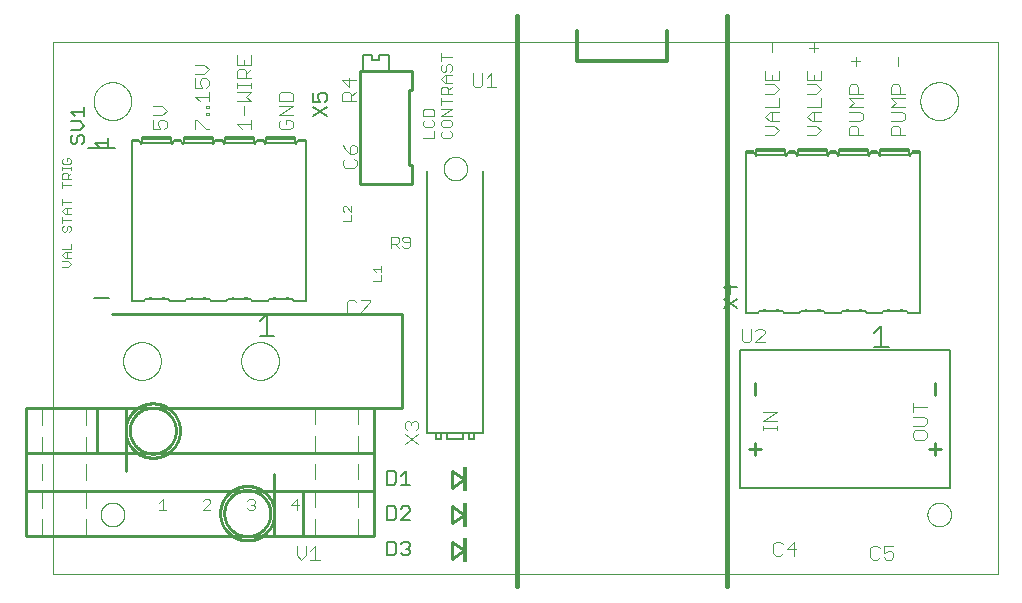
<source format=gto>
G75*
%MOIN*%
%OFA0B0*%
%FSLAX25Y25*%
%IPPOS*%
%LPD*%
%AMOC8*
5,1,8,0,0,1.08239X$1,22.5*
%
%ADD10C,0.00000*%
%ADD11C,0.01000*%
%ADD12C,0.00400*%
%ADD13C,0.00300*%
%ADD14C,0.01600*%
%ADD15C,0.01200*%
%ADD16C,0.00800*%
%ADD17C,0.00600*%
%ADD18C,0.00787*%
%ADD19C,0.00500*%
%ADD20R,0.01181X0.08268*%
D10*
X0010673Y0006013D02*
X0010673Y0183178D01*
X0325634Y0183178D01*
X0325634Y0006013D01*
X0010673Y0006013D01*
X0026421Y0025698D02*
X0026423Y0025823D01*
X0026429Y0025948D01*
X0026439Y0026072D01*
X0026453Y0026196D01*
X0026470Y0026320D01*
X0026492Y0026443D01*
X0026518Y0026565D01*
X0026547Y0026687D01*
X0026580Y0026807D01*
X0026618Y0026926D01*
X0026658Y0027045D01*
X0026703Y0027161D01*
X0026751Y0027276D01*
X0026803Y0027390D01*
X0026859Y0027502D01*
X0026918Y0027612D01*
X0026980Y0027720D01*
X0027046Y0027827D01*
X0027115Y0027931D01*
X0027188Y0028032D01*
X0027263Y0028132D01*
X0027342Y0028229D01*
X0027424Y0028323D01*
X0027509Y0028415D01*
X0027596Y0028504D01*
X0027687Y0028590D01*
X0027780Y0028673D01*
X0027876Y0028754D01*
X0027974Y0028831D01*
X0028074Y0028905D01*
X0028177Y0028976D01*
X0028282Y0029043D01*
X0028390Y0029108D01*
X0028499Y0029168D01*
X0028610Y0029226D01*
X0028723Y0029279D01*
X0028837Y0029329D01*
X0028953Y0029376D01*
X0029070Y0029418D01*
X0029189Y0029457D01*
X0029309Y0029493D01*
X0029430Y0029524D01*
X0029552Y0029552D01*
X0029674Y0029575D01*
X0029798Y0029595D01*
X0029922Y0029611D01*
X0030046Y0029623D01*
X0030171Y0029631D01*
X0030296Y0029635D01*
X0030420Y0029635D01*
X0030545Y0029631D01*
X0030670Y0029623D01*
X0030794Y0029611D01*
X0030918Y0029595D01*
X0031042Y0029575D01*
X0031164Y0029552D01*
X0031286Y0029524D01*
X0031407Y0029493D01*
X0031527Y0029457D01*
X0031646Y0029418D01*
X0031763Y0029376D01*
X0031879Y0029329D01*
X0031993Y0029279D01*
X0032106Y0029226D01*
X0032217Y0029168D01*
X0032327Y0029108D01*
X0032434Y0029043D01*
X0032539Y0028976D01*
X0032642Y0028905D01*
X0032742Y0028831D01*
X0032840Y0028754D01*
X0032936Y0028673D01*
X0033029Y0028590D01*
X0033120Y0028504D01*
X0033207Y0028415D01*
X0033292Y0028323D01*
X0033374Y0028229D01*
X0033453Y0028132D01*
X0033528Y0028032D01*
X0033601Y0027931D01*
X0033670Y0027827D01*
X0033736Y0027720D01*
X0033798Y0027612D01*
X0033857Y0027502D01*
X0033913Y0027390D01*
X0033965Y0027276D01*
X0034013Y0027161D01*
X0034058Y0027045D01*
X0034098Y0026926D01*
X0034136Y0026807D01*
X0034169Y0026687D01*
X0034198Y0026565D01*
X0034224Y0026443D01*
X0034246Y0026320D01*
X0034263Y0026196D01*
X0034277Y0026072D01*
X0034287Y0025948D01*
X0034293Y0025823D01*
X0034295Y0025698D01*
X0034293Y0025573D01*
X0034287Y0025448D01*
X0034277Y0025324D01*
X0034263Y0025200D01*
X0034246Y0025076D01*
X0034224Y0024953D01*
X0034198Y0024831D01*
X0034169Y0024709D01*
X0034136Y0024589D01*
X0034098Y0024470D01*
X0034058Y0024351D01*
X0034013Y0024235D01*
X0033965Y0024120D01*
X0033913Y0024006D01*
X0033857Y0023894D01*
X0033798Y0023784D01*
X0033736Y0023676D01*
X0033670Y0023569D01*
X0033601Y0023465D01*
X0033528Y0023364D01*
X0033453Y0023264D01*
X0033374Y0023167D01*
X0033292Y0023073D01*
X0033207Y0022981D01*
X0033120Y0022892D01*
X0033029Y0022806D01*
X0032936Y0022723D01*
X0032840Y0022642D01*
X0032742Y0022565D01*
X0032642Y0022491D01*
X0032539Y0022420D01*
X0032434Y0022353D01*
X0032326Y0022288D01*
X0032217Y0022228D01*
X0032106Y0022170D01*
X0031993Y0022117D01*
X0031879Y0022067D01*
X0031763Y0022020D01*
X0031646Y0021978D01*
X0031527Y0021939D01*
X0031407Y0021903D01*
X0031286Y0021872D01*
X0031164Y0021844D01*
X0031042Y0021821D01*
X0030918Y0021801D01*
X0030794Y0021785D01*
X0030670Y0021773D01*
X0030545Y0021765D01*
X0030420Y0021761D01*
X0030296Y0021761D01*
X0030171Y0021765D01*
X0030046Y0021773D01*
X0029922Y0021785D01*
X0029798Y0021801D01*
X0029674Y0021821D01*
X0029552Y0021844D01*
X0029430Y0021872D01*
X0029309Y0021903D01*
X0029189Y0021939D01*
X0029070Y0021978D01*
X0028953Y0022020D01*
X0028837Y0022067D01*
X0028723Y0022117D01*
X0028610Y0022170D01*
X0028499Y0022228D01*
X0028389Y0022288D01*
X0028282Y0022353D01*
X0028177Y0022420D01*
X0028074Y0022491D01*
X0027974Y0022565D01*
X0027876Y0022642D01*
X0027780Y0022723D01*
X0027687Y0022806D01*
X0027596Y0022892D01*
X0027509Y0022981D01*
X0027424Y0023073D01*
X0027342Y0023167D01*
X0027263Y0023264D01*
X0027188Y0023364D01*
X0027115Y0023465D01*
X0027046Y0023569D01*
X0026980Y0023676D01*
X0026918Y0023784D01*
X0026859Y0023894D01*
X0026803Y0024006D01*
X0026751Y0024120D01*
X0026703Y0024235D01*
X0026658Y0024351D01*
X0026618Y0024470D01*
X0026580Y0024589D01*
X0026547Y0024709D01*
X0026518Y0024831D01*
X0026492Y0024953D01*
X0026470Y0025076D01*
X0026453Y0025200D01*
X0026439Y0025324D01*
X0026429Y0025448D01*
X0026423Y0025573D01*
X0026421Y0025698D01*
X0033902Y0076879D02*
X0033904Y0077037D01*
X0033910Y0077195D01*
X0033920Y0077353D01*
X0033934Y0077511D01*
X0033952Y0077668D01*
X0033973Y0077825D01*
X0033999Y0077981D01*
X0034029Y0078137D01*
X0034062Y0078292D01*
X0034100Y0078445D01*
X0034141Y0078598D01*
X0034186Y0078750D01*
X0034235Y0078901D01*
X0034288Y0079050D01*
X0034344Y0079198D01*
X0034404Y0079344D01*
X0034468Y0079489D01*
X0034536Y0079632D01*
X0034607Y0079774D01*
X0034681Y0079914D01*
X0034759Y0080051D01*
X0034841Y0080187D01*
X0034925Y0080321D01*
X0035014Y0080452D01*
X0035105Y0080581D01*
X0035200Y0080708D01*
X0035297Y0080833D01*
X0035398Y0080955D01*
X0035502Y0081074D01*
X0035609Y0081191D01*
X0035719Y0081305D01*
X0035832Y0081416D01*
X0035947Y0081525D01*
X0036065Y0081630D01*
X0036186Y0081732D01*
X0036309Y0081832D01*
X0036435Y0081928D01*
X0036563Y0082021D01*
X0036693Y0082111D01*
X0036826Y0082197D01*
X0036961Y0082281D01*
X0037097Y0082360D01*
X0037236Y0082437D01*
X0037377Y0082509D01*
X0037519Y0082579D01*
X0037663Y0082644D01*
X0037809Y0082706D01*
X0037956Y0082764D01*
X0038105Y0082819D01*
X0038255Y0082870D01*
X0038406Y0082917D01*
X0038558Y0082960D01*
X0038711Y0082999D01*
X0038866Y0083035D01*
X0039021Y0083066D01*
X0039177Y0083094D01*
X0039333Y0083118D01*
X0039490Y0083138D01*
X0039648Y0083154D01*
X0039805Y0083166D01*
X0039964Y0083174D01*
X0040122Y0083178D01*
X0040280Y0083178D01*
X0040438Y0083174D01*
X0040597Y0083166D01*
X0040754Y0083154D01*
X0040912Y0083138D01*
X0041069Y0083118D01*
X0041225Y0083094D01*
X0041381Y0083066D01*
X0041536Y0083035D01*
X0041691Y0082999D01*
X0041844Y0082960D01*
X0041996Y0082917D01*
X0042147Y0082870D01*
X0042297Y0082819D01*
X0042446Y0082764D01*
X0042593Y0082706D01*
X0042739Y0082644D01*
X0042883Y0082579D01*
X0043025Y0082509D01*
X0043166Y0082437D01*
X0043305Y0082360D01*
X0043441Y0082281D01*
X0043576Y0082197D01*
X0043709Y0082111D01*
X0043839Y0082021D01*
X0043967Y0081928D01*
X0044093Y0081832D01*
X0044216Y0081732D01*
X0044337Y0081630D01*
X0044455Y0081525D01*
X0044570Y0081416D01*
X0044683Y0081305D01*
X0044793Y0081191D01*
X0044900Y0081074D01*
X0045004Y0080955D01*
X0045105Y0080833D01*
X0045202Y0080708D01*
X0045297Y0080581D01*
X0045388Y0080452D01*
X0045477Y0080321D01*
X0045561Y0080187D01*
X0045643Y0080051D01*
X0045721Y0079914D01*
X0045795Y0079774D01*
X0045866Y0079632D01*
X0045934Y0079489D01*
X0045998Y0079344D01*
X0046058Y0079198D01*
X0046114Y0079050D01*
X0046167Y0078901D01*
X0046216Y0078750D01*
X0046261Y0078598D01*
X0046302Y0078445D01*
X0046340Y0078292D01*
X0046373Y0078137D01*
X0046403Y0077981D01*
X0046429Y0077825D01*
X0046450Y0077668D01*
X0046468Y0077511D01*
X0046482Y0077353D01*
X0046492Y0077195D01*
X0046498Y0077037D01*
X0046500Y0076879D01*
X0046498Y0076721D01*
X0046492Y0076563D01*
X0046482Y0076405D01*
X0046468Y0076247D01*
X0046450Y0076090D01*
X0046429Y0075933D01*
X0046403Y0075777D01*
X0046373Y0075621D01*
X0046340Y0075466D01*
X0046302Y0075313D01*
X0046261Y0075160D01*
X0046216Y0075008D01*
X0046167Y0074857D01*
X0046114Y0074708D01*
X0046058Y0074560D01*
X0045998Y0074414D01*
X0045934Y0074269D01*
X0045866Y0074126D01*
X0045795Y0073984D01*
X0045721Y0073844D01*
X0045643Y0073707D01*
X0045561Y0073571D01*
X0045477Y0073437D01*
X0045388Y0073306D01*
X0045297Y0073177D01*
X0045202Y0073050D01*
X0045105Y0072925D01*
X0045004Y0072803D01*
X0044900Y0072684D01*
X0044793Y0072567D01*
X0044683Y0072453D01*
X0044570Y0072342D01*
X0044455Y0072233D01*
X0044337Y0072128D01*
X0044216Y0072026D01*
X0044093Y0071926D01*
X0043967Y0071830D01*
X0043839Y0071737D01*
X0043709Y0071647D01*
X0043576Y0071561D01*
X0043441Y0071477D01*
X0043305Y0071398D01*
X0043166Y0071321D01*
X0043025Y0071249D01*
X0042883Y0071179D01*
X0042739Y0071114D01*
X0042593Y0071052D01*
X0042446Y0070994D01*
X0042297Y0070939D01*
X0042147Y0070888D01*
X0041996Y0070841D01*
X0041844Y0070798D01*
X0041691Y0070759D01*
X0041536Y0070723D01*
X0041381Y0070692D01*
X0041225Y0070664D01*
X0041069Y0070640D01*
X0040912Y0070620D01*
X0040754Y0070604D01*
X0040597Y0070592D01*
X0040438Y0070584D01*
X0040280Y0070580D01*
X0040122Y0070580D01*
X0039964Y0070584D01*
X0039805Y0070592D01*
X0039648Y0070604D01*
X0039490Y0070620D01*
X0039333Y0070640D01*
X0039177Y0070664D01*
X0039021Y0070692D01*
X0038866Y0070723D01*
X0038711Y0070759D01*
X0038558Y0070798D01*
X0038406Y0070841D01*
X0038255Y0070888D01*
X0038105Y0070939D01*
X0037956Y0070994D01*
X0037809Y0071052D01*
X0037663Y0071114D01*
X0037519Y0071179D01*
X0037377Y0071249D01*
X0037236Y0071321D01*
X0037097Y0071398D01*
X0036961Y0071477D01*
X0036826Y0071561D01*
X0036693Y0071647D01*
X0036563Y0071737D01*
X0036435Y0071830D01*
X0036309Y0071926D01*
X0036186Y0072026D01*
X0036065Y0072128D01*
X0035947Y0072233D01*
X0035832Y0072342D01*
X0035719Y0072453D01*
X0035609Y0072567D01*
X0035502Y0072684D01*
X0035398Y0072803D01*
X0035297Y0072925D01*
X0035200Y0073050D01*
X0035105Y0073177D01*
X0035014Y0073306D01*
X0034925Y0073437D01*
X0034841Y0073571D01*
X0034759Y0073707D01*
X0034681Y0073844D01*
X0034607Y0073984D01*
X0034536Y0074126D01*
X0034468Y0074269D01*
X0034404Y0074414D01*
X0034344Y0074560D01*
X0034288Y0074708D01*
X0034235Y0074857D01*
X0034186Y0075008D01*
X0034141Y0075160D01*
X0034100Y0075313D01*
X0034062Y0075466D01*
X0034029Y0075621D01*
X0033999Y0075777D01*
X0033973Y0075933D01*
X0033952Y0076090D01*
X0033934Y0076247D01*
X0033920Y0076405D01*
X0033910Y0076563D01*
X0033904Y0076721D01*
X0033902Y0076879D01*
X0073272Y0076879D02*
X0073274Y0077037D01*
X0073280Y0077195D01*
X0073290Y0077353D01*
X0073304Y0077511D01*
X0073322Y0077668D01*
X0073343Y0077825D01*
X0073369Y0077981D01*
X0073399Y0078137D01*
X0073432Y0078292D01*
X0073470Y0078445D01*
X0073511Y0078598D01*
X0073556Y0078750D01*
X0073605Y0078901D01*
X0073658Y0079050D01*
X0073714Y0079198D01*
X0073774Y0079344D01*
X0073838Y0079489D01*
X0073906Y0079632D01*
X0073977Y0079774D01*
X0074051Y0079914D01*
X0074129Y0080051D01*
X0074211Y0080187D01*
X0074295Y0080321D01*
X0074384Y0080452D01*
X0074475Y0080581D01*
X0074570Y0080708D01*
X0074667Y0080833D01*
X0074768Y0080955D01*
X0074872Y0081074D01*
X0074979Y0081191D01*
X0075089Y0081305D01*
X0075202Y0081416D01*
X0075317Y0081525D01*
X0075435Y0081630D01*
X0075556Y0081732D01*
X0075679Y0081832D01*
X0075805Y0081928D01*
X0075933Y0082021D01*
X0076063Y0082111D01*
X0076196Y0082197D01*
X0076331Y0082281D01*
X0076467Y0082360D01*
X0076606Y0082437D01*
X0076747Y0082509D01*
X0076889Y0082579D01*
X0077033Y0082644D01*
X0077179Y0082706D01*
X0077326Y0082764D01*
X0077475Y0082819D01*
X0077625Y0082870D01*
X0077776Y0082917D01*
X0077928Y0082960D01*
X0078081Y0082999D01*
X0078236Y0083035D01*
X0078391Y0083066D01*
X0078547Y0083094D01*
X0078703Y0083118D01*
X0078860Y0083138D01*
X0079018Y0083154D01*
X0079175Y0083166D01*
X0079334Y0083174D01*
X0079492Y0083178D01*
X0079650Y0083178D01*
X0079808Y0083174D01*
X0079967Y0083166D01*
X0080124Y0083154D01*
X0080282Y0083138D01*
X0080439Y0083118D01*
X0080595Y0083094D01*
X0080751Y0083066D01*
X0080906Y0083035D01*
X0081061Y0082999D01*
X0081214Y0082960D01*
X0081366Y0082917D01*
X0081517Y0082870D01*
X0081667Y0082819D01*
X0081816Y0082764D01*
X0081963Y0082706D01*
X0082109Y0082644D01*
X0082253Y0082579D01*
X0082395Y0082509D01*
X0082536Y0082437D01*
X0082675Y0082360D01*
X0082811Y0082281D01*
X0082946Y0082197D01*
X0083079Y0082111D01*
X0083209Y0082021D01*
X0083337Y0081928D01*
X0083463Y0081832D01*
X0083586Y0081732D01*
X0083707Y0081630D01*
X0083825Y0081525D01*
X0083940Y0081416D01*
X0084053Y0081305D01*
X0084163Y0081191D01*
X0084270Y0081074D01*
X0084374Y0080955D01*
X0084475Y0080833D01*
X0084572Y0080708D01*
X0084667Y0080581D01*
X0084758Y0080452D01*
X0084847Y0080321D01*
X0084931Y0080187D01*
X0085013Y0080051D01*
X0085091Y0079914D01*
X0085165Y0079774D01*
X0085236Y0079632D01*
X0085304Y0079489D01*
X0085368Y0079344D01*
X0085428Y0079198D01*
X0085484Y0079050D01*
X0085537Y0078901D01*
X0085586Y0078750D01*
X0085631Y0078598D01*
X0085672Y0078445D01*
X0085710Y0078292D01*
X0085743Y0078137D01*
X0085773Y0077981D01*
X0085799Y0077825D01*
X0085820Y0077668D01*
X0085838Y0077511D01*
X0085852Y0077353D01*
X0085862Y0077195D01*
X0085868Y0077037D01*
X0085870Y0076879D01*
X0085868Y0076721D01*
X0085862Y0076563D01*
X0085852Y0076405D01*
X0085838Y0076247D01*
X0085820Y0076090D01*
X0085799Y0075933D01*
X0085773Y0075777D01*
X0085743Y0075621D01*
X0085710Y0075466D01*
X0085672Y0075313D01*
X0085631Y0075160D01*
X0085586Y0075008D01*
X0085537Y0074857D01*
X0085484Y0074708D01*
X0085428Y0074560D01*
X0085368Y0074414D01*
X0085304Y0074269D01*
X0085236Y0074126D01*
X0085165Y0073984D01*
X0085091Y0073844D01*
X0085013Y0073707D01*
X0084931Y0073571D01*
X0084847Y0073437D01*
X0084758Y0073306D01*
X0084667Y0073177D01*
X0084572Y0073050D01*
X0084475Y0072925D01*
X0084374Y0072803D01*
X0084270Y0072684D01*
X0084163Y0072567D01*
X0084053Y0072453D01*
X0083940Y0072342D01*
X0083825Y0072233D01*
X0083707Y0072128D01*
X0083586Y0072026D01*
X0083463Y0071926D01*
X0083337Y0071830D01*
X0083209Y0071737D01*
X0083079Y0071647D01*
X0082946Y0071561D01*
X0082811Y0071477D01*
X0082675Y0071398D01*
X0082536Y0071321D01*
X0082395Y0071249D01*
X0082253Y0071179D01*
X0082109Y0071114D01*
X0081963Y0071052D01*
X0081816Y0070994D01*
X0081667Y0070939D01*
X0081517Y0070888D01*
X0081366Y0070841D01*
X0081214Y0070798D01*
X0081061Y0070759D01*
X0080906Y0070723D01*
X0080751Y0070692D01*
X0080595Y0070664D01*
X0080439Y0070640D01*
X0080282Y0070620D01*
X0080124Y0070604D01*
X0079967Y0070592D01*
X0079808Y0070584D01*
X0079650Y0070580D01*
X0079492Y0070580D01*
X0079334Y0070584D01*
X0079175Y0070592D01*
X0079018Y0070604D01*
X0078860Y0070620D01*
X0078703Y0070640D01*
X0078547Y0070664D01*
X0078391Y0070692D01*
X0078236Y0070723D01*
X0078081Y0070759D01*
X0077928Y0070798D01*
X0077776Y0070841D01*
X0077625Y0070888D01*
X0077475Y0070939D01*
X0077326Y0070994D01*
X0077179Y0071052D01*
X0077033Y0071114D01*
X0076889Y0071179D01*
X0076747Y0071249D01*
X0076606Y0071321D01*
X0076467Y0071398D01*
X0076331Y0071477D01*
X0076196Y0071561D01*
X0076063Y0071647D01*
X0075933Y0071737D01*
X0075805Y0071830D01*
X0075679Y0071926D01*
X0075556Y0072026D01*
X0075435Y0072128D01*
X0075317Y0072233D01*
X0075202Y0072342D01*
X0075089Y0072453D01*
X0074979Y0072567D01*
X0074872Y0072684D01*
X0074768Y0072803D01*
X0074667Y0072925D01*
X0074570Y0073050D01*
X0074475Y0073177D01*
X0074384Y0073306D01*
X0074295Y0073437D01*
X0074211Y0073571D01*
X0074129Y0073707D01*
X0074051Y0073844D01*
X0073977Y0073984D01*
X0073906Y0074126D01*
X0073838Y0074269D01*
X0073774Y0074414D01*
X0073714Y0074560D01*
X0073658Y0074708D01*
X0073605Y0074857D01*
X0073556Y0075008D01*
X0073511Y0075160D01*
X0073470Y0075313D01*
X0073432Y0075466D01*
X0073399Y0075621D01*
X0073369Y0075777D01*
X0073343Y0075933D01*
X0073322Y0076090D01*
X0073304Y0076247D01*
X0073290Y0076405D01*
X0073280Y0076563D01*
X0073274Y0076721D01*
X0073272Y0076879D01*
X0140736Y0141013D02*
X0140738Y0141138D01*
X0140744Y0141263D01*
X0140754Y0141387D01*
X0140768Y0141511D01*
X0140785Y0141635D01*
X0140807Y0141758D01*
X0140833Y0141880D01*
X0140862Y0142002D01*
X0140895Y0142122D01*
X0140933Y0142241D01*
X0140973Y0142360D01*
X0141018Y0142476D01*
X0141066Y0142591D01*
X0141118Y0142705D01*
X0141174Y0142817D01*
X0141233Y0142927D01*
X0141295Y0143035D01*
X0141361Y0143142D01*
X0141430Y0143246D01*
X0141503Y0143347D01*
X0141578Y0143447D01*
X0141657Y0143544D01*
X0141739Y0143638D01*
X0141824Y0143730D01*
X0141911Y0143819D01*
X0142002Y0143905D01*
X0142095Y0143988D01*
X0142191Y0144069D01*
X0142289Y0144146D01*
X0142389Y0144220D01*
X0142492Y0144291D01*
X0142597Y0144358D01*
X0142705Y0144423D01*
X0142814Y0144483D01*
X0142925Y0144541D01*
X0143038Y0144594D01*
X0143152Y0144644D01*
X0143268Y0144691D01*
X0143385Y0144733D01*
X0143504Y0144772D01*
X0143624Y0144808D01*
X0143745Y0144839D01*
X0143867Y0144867D01*
X0143989Y0144890D01*
X0144113Y0144910D01*
X0144237Y0144926D01*
X0144361Y0144938D01*
X0144486Y0144946D01*
X0144611Y0144950D01*
X0144735Y0144950D01*
X0144860Y0144946D01*
X0144985Y0144938D01*
X0145109Y0144926D01*
X0145233Y0144910D01*
X0145357Y0144890D01*
X0145479Y0144867D01*
X0145601Y0144839D01*
X0145722Y0144808D01*
X0145842Y0144772D01*
X0145961Y0144733D01*
X0146078Y0144691D01*
X0146194Y0144644D01*
X0146308Y0144594D01*
X0146421Y0144541D01*
X0146532Y0144483D01*
X0146642Y0144423D01*
X0146749Y0144358D01*
X0146854Y0144291D01*
X0146957Y0144220D01*
X0147057Y0144146D01*
X0147155Y0144069D01*
X0147251Y0143988D01*
X0147344Y0143905D01*
X0147435Y0143819D01*
X0147522Y0143730D01*
X0147607Y0143638D01*
X0147689Y0143544D01*
X0147768Y0143447D01*
X0147843Y0143347D01*
X0147916Y0143246D01*
X0147985Y0143142D01*
X0148051Y0143035D01*
X0148113Y0142927D01*
X0148172Y0142817D01*
X0148228Y0142705D01*
X0148280Y0142591D01*
X0148328Y0142476D01*
X0148373Y0142360D01*
X0148413Y0142241D01*
X0148451Y0142122D01*
X0148484Y0142002D01*
X0148513Y0141880D01*
X0148539Y0141758D01*
X0148561Y0141635D01*
X0148578Y0141511D01*
X0148592Y0141387D01*
X0148602Y0141263D01*
X0148608Y0141138D01*
X0148610Y0141013D01*
X0148608Y0140888D01*
X0148602Y0140763D01*
X0148592Y0140639D01*
X0148578Y0140515D01*
X0148561Y0140391D01*
X0148539Y0140268D01*
X0148513Y0140146D01*
X0148484Y0140024D01*
X0148451Y0139904D01*
X0148413Y0139785D01*
X0148373Y0139666D01*
X0148328Y0139550D01*
X0148280Y0139435D01*
X0148228Y0139321D01*
X0148172Y0139209D01*
X0148113Y0139099D01*
X0148051Y0138991D01*
X0147985Y0138884D01*
X0147916Y0138780D01*
X0147843Y0138679D01*
X0147768Y0138579D01*
X0147689Y0138482D01*
X0147607Y0138388D01*
X0147522Y0138296D01*
X0147435Y0138207D01*
X0147344Y0138121D01*
X0147251Y0138038D01*
X0147155Y0137957D01*
X0147057Y0137880D01*
X0146957Y0137806D01*
X0146854Y0137735D01*
X0146749Y0137668D01*
X0146641Y0137603D01*
X0146532Y0137543D01*
X0146421Y0137485D01*
X0146308Y0137432D01*
X0146194Y0137382D01*
X0146078Y0137335D01*
X0145961Y0137293D01*
X0145842Y0137254D01*
X0145722Y0137218D01*
X0145601Y0137187D01*
X0145479Y0137159D01*
X0145357Y0137136D01*
X0145233Y0137116D01*
X0145109Y0137100D01*
X0144985Y0137088D01*
X0144860Y0137080D01*
X0144735Y0137076D01*
X0144611Y0137076D01*
X0144486Y0137080D01*
X0144361Y0137088D01*
X0144237Y0137100D01*
X0144113Y0137116D01*
X0143989Y0137136D01*
X0143867Y0137159D01*
X0143745Y0137187D01*
X0143624Y0137218D01*
X0143504Y0137254D01*
X0143385Y0137293D01*
X0143268Y0137335D01*
X0143152Y0137382D01*
X0143038Y0137432D01*
X0142925Y0137485D01*
X0142814Y0137543D01*
X0142704Y0137603D01*
X0142597Y0137668D01*
X0142492Y0137735D01*
X0142389Y0137806D01*
X0142289Y0137880D01*
X0142191Y0137957D01*
X0142095Y0138038D01*
X0142002Y0138121D01*
X0141911Y0138207D01*
X0141824Y0138296D01*
X0141739Y0138388D01*
X0141657Y0138482D01*
X0141578Y0138579D01*
X0141503Y0138679D01*
X0141430Y0138780D01*
X0141361Y0138884D01*
X0141295Y0138991D01*
X0141233Y0139099D01*
X0141174Y0139209D01*
X0141118Y0139321D01*
X0141066Y0139435D01*
X0141018Y0139550D01*
X0140973Y0139666D01*
X0140933Y0139785D01*
X0140895Y0139904D01*
X0140862Y0140024D01*
X0140833Y0140146D01*
X0140807Y0140268D01*
X0140785Y0140391D01*
X0140768Y0140515D01*
X0140754Y0140639D01*
X0140744Y0140763D01*
X0140738Y0140888D01*
X0140736Y0141013D01*
X0024059Y0163493D02*
X0024061Y0163651D01*
X0024067Y0163809D01*
X0024077Y0163967D01*
X0024091Y0164125D01*
X0024109Y0164282D01*
X0024130Y0164439D01*
X0024156Y0164595D01*
X0024186Y0164751D01*
X0024219Y0164906D01*
X0024257Y0165059D01*
X0024298Y0165212D01*
X0024343Y0165364D01*
X0024392Y0165515D01*
X0024445Y0165664D01*
X0024501Y0165812D01*
X0024561Y0165958D01*
X0024625Y0166103D01*
X0024693Y0166246D01*
X0024764Y0166388D01*
X0024838Y0166528D01*
X0024916Y0166665D01*
X0024998Y0166801D01*
X0025082Y0166935D01*
X0025171Y0167066D01*
X0025262Y0167195D01*
X0025357Y0167322D01*
X0025454Y0167447D01*
X0025555Y0167569D01*
X0025659Y0167688D01*
X0025766Y0167805D01*
X0025876Y0167919D01*
X0025989Y0168030D01*
X0026104Y0168139D01*
X0026222Y0168244D01*
X0026343Y0168346D01*
X0026466Y0168446D01*
X0026592Y0168542D01*
X0026720Y0168635D01*
X0026850Y0168725D01*
X0026983Y0168811D01*
X0027118Y0168895D01*
X0027254Y0168974D01*
X0027393Y0169051D01*
X0027534Y0169123D01*
X0027676Y0169193D01*
X0027820Y0169258D01*
X0027966Y0169320D01*
X0028113Y0169378D01*
X0028262Y0169433D01*
X0028412Y0169484D01*
X0028563Y0169531D01*
X0028715Y0169574D01*
X0028868Y0169613D01*
X0029023Y0169649D01*
X0029178Y0169680D01*
X0029334Y0169708D01*
X0029490Y0169732D01*
X0029647Y0169752D01*
X0029805Y0169768D01*
X0029962Y0169780D01*
X0030121Y0169788D01*
X0030279Y0169792D01*
X0030437Y0169792D01*
X0030595Y0169788D01*
X0030754Y0169780D01*
X0030911Y0169768D01*
X0031069Y0169752D01*
X0031226Y0169732D01*
X0031382Y0169708D01*
X0031538Y0169680D01*
X0031693Y0169649D01*
X0031848Y0169613D01*
X0032001Y0169574D01*
X0032153Y0169531D01*
X0032304Y0169484D01*
X0032454Y0169433D01*
X0032603Y0169378D01*
X0032750Y0169320D01*
X0032896Y0169258D01*
X0033040Y0169193D01*
X0033182Y0169123D01*
X0033323Y0169051D01*
X0033462Y0168974D01*
X0033598Y0168895D01*
X0033733Y0168811D01*
X0033866Y0168725D01*
X0033996Y0168635D01*
X0034124Y0168542D01*
X0034250Y0168446D01*
X0034373Y0168346D01*
X0034494Y0168244D01*
X0034612Y0168139D01*
X0034727Y0168030D01*
X0034840Y0167919D01*
X0034950Y0167805D01*
X0035057Y0167688D01*
X0035161Y0167569D01*
X0035262Y0167447D01*
X0035359Y0167322D01*
X0035454Y0167195D01*
X0035545Y0167066D01*
X0035634Y0166935D01*
X0035718Y0166801D01*
X0035800Y0166665D01*
X0035878Y0166528D01*
X0035952Y0166388D01*
X0036023Y0166246D01*
X0036091Y0166103D01*
X0036155Y0165958D01*
X0036215Y0165812D01*
X0036271Y0165664D01*
X0036324Y0165515D01*
X0036373Y0165364D01*
X0036418Y0165212D01*
X0036459Y0165059D01*
X0036497Y0164906D01*
X0036530Y0164751D01*
X0036560Y0164595D01*
X0036586Y0164439D01*
X0036607Y0164282D01*
X0036625Y0164125D01*
X0036639Y0163967D01*
X0036649Y0163809D01*
X0036655Y0163651D01*
X0036657Y0163493D01*
X0036655Y0163335D01*
X0036649Y0163177D01*
X0036639Y0163019D01*
X0036625Y0162861D01*
X0036607Y0162704D01*
X0036586Y0162547D01*
X0036560Y0162391D01*
X0036530Y0162235D01*
X0036497Y0162080D01*
X0036459Y0161927D01*
X0036418Y0161774D01*
X0036373Y0161622D01*
X0036324Y0161471D01*
X0036271Y0161322D01*
X0036215Y0161174D01*
X0036155Y0161028D01*
X0036091Y0160883D01*
X0036023Y0160740D01*
X0035952Y0160598D01*
X0035878Y0160458D01*
X0035800Y0160321D01*
X0035718Y0160185D01*
X0035634Y0160051D01*
X0035545Y0159920D01*
X0035454Y0159791D01*
X0035359Y0159664D01*
X0035262Y0159539D01*
X0035161Y0159417D01*
X0035057Y0159298D01*
X0034950Y0159181D01*
X0034840Y0159067D01*
X0034727Y0158956D01*
X0034612Y0158847D01*
X0034494Y0158742D01*
X0034373Y0158640D01*
X0034250Y0158540D01*
X0034124Y0158444D01*
X0033996Y0158351D01*
X0033866Y0158261D01*
X0033733Y0158175D01*
X0033598Y0158091D01*
X0033462Y0158012D01*
X0033323Y0157935D01*
X0033182Y0157863D01*
X0033040Y0157793D01*
X0032896Y0157728D01*
X0032750Y0157666D01*
X0032603Y0157608D01*
X0032454Y0157553D01*
X0032304Y0157502D01*
X0032153Y0157455D01*
X0032001Y0157412D01*
X0031848Y0157373D01*
X0031693Y0157337D01*
X0031538Y0157306D01*
X0031382Y0157278D01*
X0031226Y0157254D01*
X0031069Y0157234D01*
X0030911Y0157218D01*
X0030754Y0157206D01*
X0030595Y0157198D01*
X0030437Y0157194D01*
X0030279Y0157194D01*
X0030121Y0157198D01*
X0029962Y0157206D01*
X0029805Y0157218D01*
X0029647Y0157234D01*
X0029490Y0157254D01*
X0029334Y0157278D01*
X0029178Y0157306D01*
X0029023Y0157337D01*
X0028868Y0157373D01*
X0028715Y0157412D01*
X0028563Y0157455D01*
X0028412Y0157502D01*
X0028262Y0157553D01*
X0028113Y0157608D01*
X0027966Y0157666D01*
X0027820Y0157728D01*
X0027676Y0157793D01*
X0027534Y0157863D01*
X0027393Y0157935D01*
X0027254Y0158012D01*
X0027118Y0158091D01*
X0026983Y0158175D01*
X0026850Y0158261D01*
X0026720Y0158351D01*
X0026592Y0158444D01*
X0026466Y0158540D01*
X0026343Y0158640D01*
X0026222Y0158742D01*
X0026104Y0158847D01*
X0025989Y0158956D01*
X0025876Y0159067D01*
X0025766Y0159181D01*
X0025659Y0159298D01*
X0025555Y0159417D01*
X0025454Y0159539D01*
X0025357Y0159664D01*
X0025262Y0159791D01*
X0025171Y0159920D01*
X0025082Y0160051D01*
X0024998Y0160185D01*
X0024916Y0160321D01*
X0024838Y0160458D01*
X0024764Y0160598D01*
X0024693Y0160740D01*
X0024625Y0160883D01*
X0024561Y0161028D01*
X0024501Y0161174D01*
X0024445Y0161322D01*
X0024392Y0161471D01*
X0024343Y0161622D01*
X0024298Y0161774D01*
X0024257Y0161927D01*
X0024219Y0162080D01*
X0024186Y0162235D01*
X0024156Y0162391D01*
X0024130Y0162547D01*
X0024109Y0162704D01*
X0024091Y0162861D01*
X0024077Y0163019D01*
X0024067Y0163177D01*
X0024061Y0163335D01*
X0024059Y0163493D01*
X0299650Y0163493D02*
X0299652Y0163651D01*
X0299658Y0163809D01*
X0299668Y0163967D01*
X0299682Y0164125D01*
X0299700Y0164282D01*
X0299721Y0164439D01*
X0299747Y0164595D01*
X0299777Y0164751D01*
X0299810Y0164906D01*
X0299848Y0165059D01*
X0299889Y0165212D01*
X0299934Y0165364D01*
X0299983Y0165515D01*
X0300036Y0165664D01*
X0300092Y0165812D01*
X0300152Y0165958D01*
X0300216Y0166103D01*
X0300284Y0166246D01*
X0300355Y0166388D01*
X0300429Y0166528D01*
X0300507Y0166665D01*
X0300589Y0166801D01*
X0300673Y0166935D01*
X0300762Y0167066D01*
X0300853Y0167195D01*
X0300948Y0167322D01*
X0301045Y0167447D01*
X0301146Y0167569D01*
X0301250Y0167688D01*
X0301357Y0167805D01*
X0301467Y0167919D01*
X0301580Y0168030D01*
X0301695Y0168139D01*
X0301813Y0168244D01*
X0301934Y0168346D01*
X0302057Y0168446D01*
X0302183Y0168542D01*
X0302311Y0168635D01*
X0302441Y0168725D01*
X0302574Y0168811D01*
X0302709Y0168895D01*
X0302845Y0168974D01*
X0302984Y0169051D01*
X0303125Y0169123D01*
X0303267Y0169193D01*
X0303411Y0169258D01*
X0303557Y0169320D01*
X0303704Y0169378D01*
X0303853Y0169433D01*
X0304003Y0169484D01*
X0304154Y0169531D01*
X0304306Y0169574D01*
X0304459Y0169613D01*
X0304614Y0169649D01*
X0304769Y0169680D01*
X0304925Y0169708D01*
X0305081Y0169732D01*
X0305238Y0169752D01*
X0305396Y0169768D01*
X0305553Y0169780D01*
X0305712Y0169788D01*
X0305870Y0169792D01*
X0306028Y0169792D01*
X0306186Y0169788D01*
X0306345Y0169780D01*
X0306502Y0169768D01*
X0306660Y0169752D01*
X0306817Y0169732D01*
X0306973Y0169708D01*
X0307129Y0169680D01*
X0307284Y0169649D01*
X0307439Y0169613D01*
X0307592Y0169574D01*
X0307744Y0169531D01*
X0307895Y0169484D01*
X0308045Y0169433D01*
X0308194Y0169378D01*
X0308341Y0169320D01*
X0308487Y0169258D01*
X0308631Y0169193D01*
X0308773Y0169123D01*
X0308914Y0169051D01*
X0309053Y0168974D01*
X0309189Y0168895D01*
X0309324Y0168811D01*
X0309457Y0168725D01*
X0309587Y0168635D01*
X0309715Y0168542D01*
X0309841Y0168446D01*
X0309964Y0168346D01*
X0310085Y0168244D01*
X0310203Y0168139D01*
X0310318Y0168030D01*
X0310431Y0167919D01*
X0310541Y0167805D01*
X0310648Y0167688D01*
X0310752Y0167569D01*
X0310853Y0167447D01*
X0310950Y0167322D01*
X0311045Y0167195D01*
X0311136Y0167066D01*
X0311225Y0166935D01*
X0311309Y0166801D01*
X0311391Y0166665D01*
X0311469Y0166528D01*
X0311543Y0166388D01*
X0311614Y0166246D01*
X0311682Y0166103D01*
X0311746Y0165958D01*
X0311806Y0165812D01*
X0311862Y0165664D01*
X0311915Y0165515D01*
X0311964Y0165364D01*
X0312009Y0165212D01*
X0312050Y0165059D01*
X0312088Y0164906D01*
X0312121Y0164751D01*
X0312151Y0164595D01*
X0312177Y0164439D01*
X0312198Y0164282D01*
X0312216Y0164125D01*
X0312230Y0163967D01*
X0312240Y0163809D01*
X0312246Y0163651D01*
X0312248Y0163493D01*
X0312246Y0163335D01*
X0312240Y0163177D01*
X0312230Y0163019D01*
X0312216Y0162861D01*
X0312198Y0162704D01*
X0312177Y0162547D01*
X0312151Y0162391D01*
X0312121Y0162235D01*
X0312088Y0162080D01*
X0312050Y0161927D01*
X0312009Y0161774D01*
X0311964Y0161622D01*
X0311915Y0161471D01*
X0311862Y0161322D01*
X0311806Y0161174D01*
X0311746Y0161028D01*
X0311682Y0160883D01*
X0311614Y0160740D01*
X0311543Y0160598D01*
X0311469Y0160458D01*
X0311391Y0160321D01*
X0311309Y0160185D01*
X0311225Y0160051D01*
X0311136Y0159920D01*
X0311045Y0159791D01*
X0310950Y0159664D01*
X0310853Y0159539D01*
X0310752Y0159417D01*
X0310648Y0159298D01*
X0310541Y0159181D01*
X0310431Y0159067D01*
X0310318Y0158956D01*
X0310203Y0158847D01*
X0310085Y0158742D01*
X0309964Y0158640D01*
X0309841Y0158540D01*
X0309715Y0158444D01*
X0309587Y0158351D01*
X0309457Y0158261D01*
X0309324Y0158175D01*
X0309189Y0158091D01*
X0309053Y0158012D01*
X0308914Y0157935D01*
X0308773Y0157863D01*
X0308631Y0157793D01*
X0308487Y0157728D01*
X0308341Y0157666D01*
X0308194Y0157608D01*
X0308045Y0157553D01*
X0307895Y0157502D01*
X0307744Y0157455D01*
X0307592Y0157412D01*
X0307439Y0157373D01*
X0307284Y0157337D01*
X0307129Y0157306D01*
X0306973Y0157278D01*
X0306817Y0157254D01*
X0306660Y0157234D01*
X0306502Y0157218D01*
X0306345Y0157206D01*
X0306186Y0157198D01*
X0306028Y0157194D01*
X0305870Y0157194D01*
X0305712Y0157198D01*
X0305553Y0157206D01*
X0305396Y0157218D01*
X0305238Y0157234D01*
X0305081Y0157254D01*
X0304925Y0157278D01*
X0304769Y0157306D01*
X0304614Y0157337D01*
X0304459Y0157373D01*
X0304306Y0157412D01*
X0304154Y0157455D01*
X0304003Y0157502D01*
X0303853Y0157553D01*
X0303704Y0157608D01*
X0303557Y0157666D01*
X0303411Y0157728D01*
X0303267Y0157793D01*
X0303125Y0157863D01*
X0302984Y0157935D01*
X0302845Y0158012D01*
X0302709Y0158091D01*
X0302574Y0158175D01*
X0302441Y0158261D01*
X0302311Y0158351D01*
X0302183Y0158444D01*
X0302057Y0158540D01*
X0301934Y0158640D01*
X0301813Y0158742D01*
X0301695Y0158847D01*
X0301580Y0158956D01*
X0301467Y0159067D01*
X0301357Y0159181D01*
X0301250Y0159298D01*
X0301146Y0159417D01*
X0301045Y0159539D01*
X0300948Y0159664D01*
X0300853Y0159791D01*
X0300762Y0159920D01*
X0300673Y0160051D01*
X0300589Y0160185D01*
X0300507Y0160321D01*
X0300429Y0160458D01*
X0300355Y0160598D01*
X0300284Y0160740D01*
X0300216Y0160883D01*
X0300152Y0161028D01*
X0300092Y0161174D01*
X0300036Y0161322D01*
X0299983Y0161471D01*
X0299934Y0161622D01*
X0299889Y0161774D01*
X0299848Y0161927D01*
X0299810Y0162080D01*
X0299777Y0162235D01*
X0299747Y0162391D01*
X0299721Y0162547D01*
X0299700Y0162704D01*
X0299682Y0162861D01*
X0299668Y0163019D01*
X0299658Y0163177D01*
X0299652Y0163335D01*
X0299650Y0163493D01*
X0302012Y0025698D02*
X0302014Y0025823D01*
X0302020Y0025948D01*
X0302030Y0026072D01*
X0302044Y0026196D01*
X0302061Y0026320D01*
X0302083Y0026443D01*
X0302109Y0026565D01*
X0302138Y0026687D01*
X0302171Y0026807D01*
X0302209Y0026926D01*
X0302249Y0027045D01*
X0302294Y0027161D01*
X0302342Y0027276D01*
X0302394Y0027390D01*
X0302450Y0027502D01*
X0302509Y0027612D01*
X0302571Y0027720D01*
X0302637Y0027827D01*
X0302706Y0027931D01*
X0302779Y0028032D01*
X0302854Y0028132D01*
X0302933Y0028229D01*
X0303015Y0028323D01*
X0303100Y0028415D01*
X0303187Y0028504D01*
X0303278Y0028590D01*
X0303371Y0028673D01*
X0303467Y0028754D01*
X0303565Y0028831D01*
X0303665Y0028905D01*
X0303768Y0028976D01*
X0303873Y0029043D01*
X0303981Y0029108D01*
X0304090Y0029168D01*
X0304201Y0029226D01*
X0304314Y0029279D01*
X0304428Y0029329D01*
X0304544Y0029376D01*
X0304661Y0029418D01*
X0304780Y0029457D01*
X0304900Y0029493D01*
X0305021Y0029524D01*
X0305143Y0029552D01*
X0305265Y0029575D01*
X0305389Y0029595D01*
X0305513Y0029611D01*
X0305637Y0029623D01*
X0305762Y0029631D01*
X0305887Y0029635D01*
X0306011Y0029635D01*
X0306136Y0029631D01*
X0306261Y0029623D01*
X0306385Y0029611D01*
X0306509Y0029595D01*
X0306633Y0029575D01*
X0306755Y0029552D01*
X0306877Y0029524D01*
X0306998Y0029493D01*
X0307118Y0029457D01*
X0307237Y0029418D01*
X0307354Y0029376D01*
X0307470Y0029329D01*
X0307584Y0029279D01*
X0307697Y0029226D01*
X0307808Y0029168D01*
X0307918Y0029108D01*
X0308025Y0029043D01*
X0308130Y0028976D01*
X0308233Y0028905D01*
X0308333Y0028831D01*
X0308431Y0028754D01*
X0308527Y0028673D01*
X0308620Y0028590D01*
X0308711Y0028504D01*
X0308798Y0028415D01*
X0308883Y0028323D01*
X0308965Y0028229D01*
X0309044Y0028132D01*
X0309119Y0028032D01*
X0309192Y0027931D01*
X0309261Y0027827D01*
X0309327Y0027720D01*
X0309389Y0027612D01*
X0309448Y0027502D01*
X0309504Y0027390D01*
X0309556Y0027276D01*
X0309604Y0027161D01*
X0309649Y0027045D01*
X0309689Y0026926D01*
X0309727Y0026807D01*
X0309760Y0026687D01*
X0309789Y0026565D01*
X0309815Y0026443D01*
X0309837Y0026320D01*
X0309854Y0026196D01*
X0309868Y0026072D01*
X0309878Y0025948D01*
X0309884Y0025823D01*
X0309886Y0025698D01*
X0309884Y0025573D01*
X0309878Y0025448D01*
X0309868Y0025324D01*
X0309854Y0025200D01*
X0309837Y0025076D01*
X0309815Y0024953D01*
X0309789Y0024831D01*
X0309760Y0024709D01*
X0309727Y0024589D01*
X0309689Y0024470D01*
X0309649Y0024351D01*
X0309604Y0024235D01*
X0309556Y0024120D01*
X0309504Y0024006D01*
X0309448Y0023894D01*
X0309389Y0023784D01*
X0309327Y0023676D01*
X0309261Y0023569D01*
X0309192Y0023465D01*
X0309119Y0023364D01*
X0309044Y0023264D01*
X0308965Y0023167D01*
X0308883Y0023073D01*
X0308798Y0022981D01*
X0308711Y0022892D01*
X0308620Y0022806D01*
X0308527Y0022723D01*
X0308431Y0022642D01*
X0308333Y0022565D01*
X0308233Y0022491D01*
X0308130Y0022420D01*
X0308025Y0022353D01*
X0307917Y0022288D01*
X0307808Y0022228D01*
X0307697Y0022170D01*
X0307584Y0022117D01*
X0307470Y0022067D01*
X0307354Y0022020D01*
X0307237Y0021978D01*
X0307118Y0021939D01*
X0306998Y0021903D01*
X0306877Y0021872D01*
X0306755Y0021844D01*
X0306633Y0021821D01*
X0306509Y0021801D01*
X0306385Y0021785D01*
X0306261Y0021773D01*
X0306136Y0021765D01*
X0306011Y0021761D01*
X0305887Y0021761D01*
X0305762Y0021765D01*
X0305637Y0021773D01*
X0305513Y0021785D01*
X0305389Y0021801D01*
X0305265Y0021821D01*
X0305143Y0021844D01*
X0305021Y0021872D01*
X0304900Y0021903D01*
X0304780Y0021939D01*
X0304661Y0021978D01*
X0304544Y0022020D01*
X0304428Y0022067D01*
X0304314Y0022117D01*
X0304201Y0022170D01*
X0304090Y0022228D01*
X0303980Y0022288D01*
X0303873Y0022353D01*
X0303768Y0022420D01*
X0303665Y0022491D01*
X0303565Y0022565D01*
X0303467Y0022642D01*
X0303371Y0022723D01*
X0303278Y0022806D01*
X0303187Y0022892D01*
X0303100Y0022981D01*
X0303015Y0023073D01*
X0302933Y0023167D01*
X0302854Y0023264D01*
X0302779Y0023364D01*
X0302706Y0023465D01*
X0302637Y0023569D01*
X0302571Y0023676D01*
X0302509Y0023784D01*
X0302450Y0023894D01*
X0302394Y0024006D01*
X0302342Y0024120D01*
X0302294Y0024235D01*
X0302249Y0024351D01*
X0302209Y0024470D01*
X0302171Y0024589D01*
X0302138Y0024709D01*
X0302109Y0024831D01*
X0302083Y0024953D01*
X0302061Y0025076D01*
X0302044Y0025200D01*
X0302030Y0025324D01*
X0302020Y0025448D01*
X0302014Y0025573D01*
X0302012Y0025698D01*
D11*
X0304484Y0045391D02*
X0304484Y0049391D01*
X0302484Y0047391D02*
X0306484Y0047391D01*
X0304484Y0065391D02*
X0304484Y0069391D01*
X0246484Y0047391D02*
X0242484Y0047391D01*
X0244484Y0049391D02*
X0244484Y0045391D01*
X0244484Y0065391D02*
X0244484Y0069391D01*
X0147681Y0037509D02*
X0143547Y0040265D01*
X0143547Y0034556D01*
X0147681Y0037509D01*
X0143547Y0028454D02*
X0147681Y0025698D01*
X0143547Y0022745D01*
X0143547Y0028454D01*
X0143547Y0016643D02*
X0147681Y0013887D01*
X0143547Y0010934D01*
X0143547Y0016643D01*
X0117642Y0018650D02*
X0001500Y0018650D01*
X0001500Y0061170D01*
X0025319Y0061170D01*
X0025319Y0046209D01*
X0034965Y0046209D01*
X0034965Y0040107D01*
X0034965Y0046209D02*
X0117248Y0046209D01*
X0117248Y0033611D02*
X0093823Y0033611D01*
X0093823Y0019044D01*
X0084177Y0019044D02*
X0084177Y0033217D01*
X0084177Y0033611D02*
X0084177Y0039320D01*
X0084177Y0033611D02*
X0001894Y0033611D01*
X0001894Y0046209D02*
X0025319Y0046209D01*
X0034965Y0046603D02*
X0034965Y0060776D01*
X0030358Y0061131D02*
X0126815Y0061131D01*
X0126815Y0092627D01*
X0030358Y0092627D01*
X0025319Y0061170D02*
X0117642Y0061170D01*
X0117642Y0018650D01*
X0093823Y0033611D02*
X0084177Y0033611D01*
X0066264Y0026131D02*
X0066267Y0026353D01*
X0066275Y0026575D01*
X0066289Y0026797D01*
X0066308Y0027019D01*
X0066332Y0027239D01*
X0066362Y0027460D01*
X0066397Y0027679D01*
X0066438Y0027898D01*
X0066484Y0028115D01*
X0066535Y0028331D01*
X0066592Y0028546D01*
X0066654Y0028760D01*
X0066721Y0028971D01*
X0066793Y0029182D01*
X0066871Y0029390D01*
X0066953Y0029596D01*
X0067041Y0029800D01*
X0067133Y0030003D01*
X0067231Y0030202D01*
X0067333Y0030399D01*
X0067440Y0030594D01*
X0067552Y0030786D01*
X0067669Y0030975D01*
X0067790Y0031162D01*
X0067916Y0031345D01*
X0068046Y0031525D01*
X0068181Y0031702D01*
X0068319Y0031875D01*
X0068462Y0032045D01*
X0068610Y0032212D01*
X0068761Y0032375D01*
X0068916Y0032534D01*
X0069075Y0032689D01*
X0069238Y0032840D01*
X0069405Y0032988D01*
X0069575Y0033131D01*
X0069748Y0033269D01*
X0069925Y0033404D01*
X0070105Y0033534D01*
X0070288Y0033660D01*
X0070475Y0033781D01*
X0070664Y0033898D01*
X0070856Y0034010D01*
X0071051Y0034117D01*
X0071248Y0034219D01*
X0071447Y0034317D01*
X0071650Y0034409D01*
X0071854Y0034497D01*
X0072060Y0034579D01*
X0072268Y0034657D01*
X0072479Y0034729D01*
X0072690Y0034796D01*
X0072904Y0034858D01*
X0073119Y0034915D01*
X0073335Y0034966D01*
X0073552Y0035012D01*
X0073771Y0035053D01*
X0073990Y0035088D01*
X0074211Y0035118D01*
X0074431Y0035142D01*
X0074653Y0035161D01*
X0074875Y0035175D01*
X0075097Y0035183D01*
X0075319Y0035186D01*
X0075541Y0035183D01*
X0075763Y0035175D01*
X0075985Y0035161D01*
X0076207Y0035142D01*
X0076427Y0035118D01*
X0076648Y0035088D01*
X0076867Y0035053D01*
X0077086Y0035012D01*
X0077303Y0034966D01*
X0077519Y0034915D01*
X0077734Y0034858D01*
X0077948Y0034796D01*
X0078159Y0034729D01*
X0078370Y0034657D01*
X0078578Y0034579D01*
X0078784Y0034497D01*
X0078988Y0034409D01*
X0079191Y0034317D01*
X0079390Y0034219D01*
X0079587Y0034117D01*
X0079782Y0034010D01*
X0079974Y0033898D01*
X0080163Y0033781D01*
X0080350Y0033660D01*
X0080533Y0033534D01*
X0080713Y0033404D01*
X0080890Y0033269D01*
X0081063Y0033131D01*
X0081233Y0032988D01*
X0081400Y0032840D01*
X0081563Y0032689D01*
X0081722Y0032534D01*
X0081877Y0032375D01*
X0082028Y0032212D01*
X0082176Y0032045D01*
X0082319Y0031875D01*
X0082457Y0031702D01*
X0082592Y0031525D01*
X0082722Y0031345D01*
X0082848Y0031162D01*
X0082969Y0030975D01*
X0083086Y0030786D01*
X0083198Y0030594D01*
X0083305Y0030399D01*
X0083407Y0030202D01*
X0083505Y0030003D01*
X0083597Y0029800D01*
X0083685Y0029596D01*
X0083767Y0029390D01*
X0083845Y0029182D01*
X0083917Y0028971D01*
X0083984Y0028760D01*
X0084046Y0028546D01*
X0084103Y0028331D01*
X0084154Y0028115D01*
X0084200Y0027898D01*
X0084241Y0027679D01*
X0084276Y0027460D01*
X0084306Y0027239D01*
X0084330Y0027019D01*
X0084349Y0026797D01*
X0084363Y0026575D01*
X0084371Y0026353D01*
X0084374Y0026131D01*
X0084371Y0025909D01*
X0084363Y0025687D01*
X0084349Y0025465D01*
X0084330Y0025243D01*
X0084306Y0025023D01*
X0084276Y0024802D01*
X0084241Y0024583D01*
X0084200Y0024364D01*
X0084154Y0024147D01*
X0084103Y0023931D01*
X0084046Y0023716D01*
X0083984Y0023502D01*
X0083917Y0023291D01*
X0083845Y0023080D01*
X0083767Y0022872D01*
X0083685Y0022666D01*
X0083597Y0022462D01*
X0083505Y0022259D01*
X0083407Y0022060D01*
X0083305Y0021863D01*
X0083198Y0021668D01*
X0083086Y0021476D01*
X0082969Y0021287D01*
X0082848Y0021100D01*
X0082722Y0020917D01*
X0082592Y0020737D01*
X0082457Y0020560D01*
X0082319Y0020387D01*
X0082176Y0020217D01*
X0082028Y0020050D01*
X0081877Y0019887D01*
X0081722Y0019728D01*
X0081563Y0019573D01*
X0081400Y0019422D01*
X0081233Y0019274D01*
X0081063Y0019131D01*
X0080890Y0018993D01*
X0080713Y0018858D01*
X0080533Y0018728D01*
X0080350Y0018602D01*
X0080163Y0018481D01*
X0079974Y0018364D01*
X0079782Y0018252D01*
X0079587Y0018145D01*
X0079390Y0018043D01*
X0079191Y0017945D01*
X0078988Y0017853D01*
X0078784Y0017765D01*
X0078578Y0017683D01*
X0078370Y0017605D01*
X0078159Y0017533D01*
X0077948Y0017466D01*
X0077734Y0017404D01*
X0077519Y0017347D01*
X0077303Y0017296D01*
X0077086Y0017250D01*
X0076867Y0017209D01*
X0076648Y0017174D01*
X0076427Y0017144D01*
X0076207Y0017120D01*
X0075985Y0017101D01*
X0075763Y0017087D01*
X0075541Y0017079D01*
X0075319Y0017076D01*
X0075097Y0017079D01*
X0074875Y0017087D01*
X0074653Y0017101D01*
X0074431Y0017120D01*
X0074211Y0017144D01*
X0073990Y0017174D01*
X0073771Y0017209D01*
X0073552Y0017250D01*
X0073335Y0017296D01*
X0073119Y0017347D01*
X0072904Y0017404D01*
X0072690Y0017466D01*
X0072479Y0017533D01*
X0072268Y0017605D01*
X0072060Y0017683D01*
X0071854Y0017765D01*
X0071650Y0017853D01*
X0071447Y0017945D01*
X0071248Y0018043D01*
X0071051Y0018145D01*
X0070856Y0018252D01*
X0070664Y0018364D01*
X0070475Y0018481D01*
X0070288Y0018602D01*
X0070105Y0018728D01*
X0069925Y0018858D01*
X0069748Y0018993D01*
X0069575Y0019131D01*
X0069405Y0019274D01*
X0069238Y0019422D01*
X0069075Y0019573D01*
X0068916Y0019728D01*
X0068761Y0019887D01*
X0068610Y0020050D01*
X0068462Y0020217D01*
X0068319Y0020387D01*
X0068181Y0020560D01*
X0068046Y0020737D01*
X0067916Y0020917D01*
X0067790Y0021100D01*
X0067669Y0021287D01*
X0067552Y0021476D01*
X0067440Y0021668D01*
X0067333Y0021863D01*
X0067231Y0022060D01*
X0067133Y0022259D01*
X0067041Y0022462D01*
X0066953Y0022666D01*
X0066871Y0022872D01*
X0066793Y0023080D01*
X0066721Y0023291D01*
X0066654Y0023502D01*
X0066592Y0023716D01*
X0066535Y0023931D01*
X0066484Y0024147D01*
X0066438Y0024364D01*
X0066397Y0024583D01*
X0066362Y0024802D01*
X0066332Y0025023D01*
X0066308Y0025243D01*
X0066289Y0025465D01*
X0066275Y0025687D01*
X0066267Y0025909D01*
X0066264Y0026131D01*
X0067642Y0026131D02*
X0067644Y0026319D01*
X0067651Y0026508D01*
X0067663Y0026696D01*
X0067679Y0026883D01*
X0067700Y0027071D01*
X0067725Y0027257D01*
X0067755Y0027443D01*
X0067790Y0027629D01*
X0067829Y0027813D01*
X0067872Y0027996D01*
X0067920Y0028179D01*
X0067973Y0028360D01*
X0068029Y0028539D01*
X0068091Y0028717D01*
X0068156Y0028894D01*
X0068226Y0029069D01*
X0068301Y0029242D01*
X0068379Y0029413D01*
X0068462Y0029583D01*
X0068548Y0029750D01*
X0068639Y0029915D01*
X0068734Y0030078D01*
X0068833Y0030238D01*
X0068936Y0030396D01*
X0069042Y0030551D01*
X0069153Y0030704D01*
X0069267Y0030854D01*
X0069385Y0031001D01*
X0069506Y0031145D01*
X0069631Y0031287D01*
X0069759Y0031425D01*
X0069891Y0031559D01*
X0070025Y0031691D01*
X0070163Y0031819D01*
X0070305Y0031944D01*
X0070449Y0032065D01*
X0070596Y0032183D01*
X0070746Y0032297D01*
X0070899Y0032408D01*
X0071054Y0032514D01*
X0071212Y0032617D01*
X0071372Y0032716D01*
X0071535Y0032811D01*
X0071700Y0032902D01*
X0071867Y0032988D01*
X0072037Y0033071D01*
X0072208Y0033149D01*
X0072381Y0033224D01*
X0072556Y0033294D01*
X0072733Y0033359D01*
X0072911Y0033421D01*
X0073090Y0033477D01*
X0073271Y0033530D01*
X0073454Y0033578D01*
X0073637Y0033621D01*
X0073821Y0033660D01*
X0074007Y0033695D01*
X0074193Y0033725D01*
X0074379Y0033750D01*
X0074567Y0033771D01*
X0074754Y0033787D01*
X0074942Y0033799D01*
X0075131Y0033806D01*
X0075319Y0033808D01*
X0075507Y0033806D01*
X0075696Y0033799D01*
X0075884Y0033787D01*
X0076071Y0033771D01*
X0076259Y0033750D01*
X0076445Y0033725D01*
X0076631Y0033695D01*
X0076817Y0033660D01*
X0077001Y0033621D01*
X0077184Y0033578D01*
X0077367Y0033530D01*
X0077548Y0033477D01*
X0077727Y0033421D01*
X0077905Y0033359D01*
X0078082Y0033294D01*
X0078257Y0033224D01*
X0078430Y0033149D01*
X0078601Y0033071D01*
X0078771Y0032988D01*
X0078938Y0032902D01*
X0079103Y0032811D01*
X0079266Y0032716D01*
X0079426Y0032617D01*
X0079584Y0032514D01*
X0079739Y0032408D01*
X0079892Y0032297D01*
X0080042Y0032183D01*
X0080189Y0032065D01*
X0080333Y0031944D01*
X0080475Y0031819D01*
X0080613Y0031691D01*
X0080747Y0031559D01*
X0080879Y0031425D01*
X0081007Y0031287D01*
X0081132Y0031145D01*
X0081253Y0031001D01*
X0081371Y0030854D01*
X0081485Y0030704D01*
X0081596Y0030551D01*
X0081702Y0030396D01*
X0081805Y0030238D01*
X0081904Y0030078D01*
X0081999Y0029915D01*
X0082090Y0029750D01*
X0082176Y0029583D01*
X0082259Y0029413D01*
X0082337Y0029242D01*
X0082412Y0029069D01*
X0082482Y0028894D01*
X0082547Y0028717D01*
X0082609Y0028539D01*
X0082665Y0028360D01*
X0082718Y0028179D01*
X0082766Y0027996D01*
X0082809Y0027813D01*
X0082848Y0027629D01*
X0082883Y0027443D01*
X0082913Y0027257D01*
X0082938Y0027071D01*
X0082959Y0026883D01*
X0082975Y0026696D01*
X0082987Y0026508D01*
X0082994Y0026319D01*
X0082996Y0026131D01*
X0082994Y0025943D01*
X0082987Y0025754D01*
X0082975Y0025566D01*
X0082959Y0025379D01*
X0082938Y0025191D01*
X0082913Y0025005D01*
X0082883Y0024819D01*
X0082848Y0024633D01*
X0082809Y0024449D01*
X0082766Y0024266D01*
X0082718Y0024083D01*
X0082665Y0023902D01*
X0082609Y0023723D01*
X0082547Y0023545D01*
X0082482Y0023368D01*
X0082412Y0023193D01*
X0082337Y0023020D01*
X0082259Y0022849D01*
X0082176Y0022679D01*
X0082090Y0022512D01*
X0081999Y0022347D01*
X0081904Y0022184D01*
X0081805Y0022024D01*
X0081702Y0021866D01*
X0081596Y0021711D01*
X0081485Y0021558D01*
X0081371Y0021408D01*
X0081253Y0021261D01*
X0081132Y0021117D01*
X0081007Y0020975D01*
X0080879Y0020837D01*
X0080747Y0020703D01*
X0080613Y0020571D01*
X0080475Y0020443D01*
X0080333Y0020318D01*
X0080189Y0020197D01*
X0080042Y0020079D01*
X0079892Y0019965D01*
X0079739Y0019854D01*
X0079584Y0019748D01*
X0079426Y0019645D01*
X0079266Y0019546D01*
X0079103Y0019451D01*
X0078938Y0019360D01*
X0078771Y0019274D01*
X0078601Y0019191D01*
X0078430Y0019113D01*
X0078257Y0019038D01*
X0078082Y0018968D01*
X0077905Y0018903D01*
X0077727Y0018841D01*
X0077548Y0018785D01*
X0077367Y0018732D01*
X0077184Y0018684D01*
X0077001Y0018641D01*
X0076817Y0018602D01*
X0076631Y0018567D01*
X0076445Y0018537D01*
X0076259Y0018512D01*
X0076071Y0018491D01*
X0075884Y0018475D01*
X0075696Y0018463D01*
X0075507Y0018456D01*
X0075319Y0018454D01*
X0075131Y0018456D01*
X0074942Y0018463D01*
X0074754Y0018475D01*
X0074567Y0018491D01*
X0074379Y0018512D01*
X0074193Y0018537D01*
X0074007Y0018567D01*
X0073821Y0018602D01*
X0073637Y0018641D01*
X0073454Y0018684D01*
X0073271Y0018732D01*
X0073090Y0018785D01*
X0072911Y0018841D01*
X0072733Y0018903D01*
X0072556Y0018968D01*
X0072381Y0019038D01*
X0072208Y0019113D01*
X0072037Y0019191D01*
X0071867Y0019274D01*
X0071700Y0019360D01*
X0071535Y0019451D01*
X0071372Y0019546D01*
X0071212Y0019645D01*
X0071054Y0019748D01*
X0070899Y0019854D01*
X0070746Y0019965D01*
X0070596Y0020079D01*
X0070449Y0020197D01*
X0070305Y0020318D01*
X0070163Y0020443D01*
X0070025Y0020571D01*
X0069891Y0020703D01*
X0069759Y0020837D01*
X0069631Y0020975D01*
X0069506Y0021117D01*
X0069385Y0021261D01*
X0069267Y0021408D01*
X0069153Y0021558D01*
X0069042Y0021711D01*
X0068936Y0021866D01*
X0068833Y0022024D01*
X0068734Y0022184D01*
X0068639Y0022347D01*
X0068548Y0022512D01*
X0068462Y0022679D01*
X0068379Y0022849D01*
X0068301Y0023020D01*
X0068226Y0023193D01*
X0068156Y0023368D01*
X0068091Y0023545D01*
X0068029Y0023723D01*
X0067973Y0023902D01*
X0067920Y0024083D01*
X0067872Y0024266D01*
X0067829Y0024449D01*
X0067790Y0024633D01*
X0067755Y0024819D01*
X0067725Y0025005D01*
X0067700Y0025191D01*
X0067679Y0025379D01*
X0067663Y0025566D01*
X0067651Y0025754D01*
X0067644Y0025943D01*
X0067642Y0026131D01*
X0034768Y0053690D02*
X0034771Y0053912D01*
X0034779Y0054134D01*
X0034793Y0054356D01*
X0034812Y0054578D01*
X0034836Y0054798D01*
X0034866Y0055019D01*
X0034901Y0055238D01*
X0034942Y0055457D01*
X0034988Y0055674D01*
X0035039Y0055890D01*
X0035096Y0056105D01*
X0035158Y0056319D01*
X0035225Y0056530D01*
X0035297Y0056741D01*
X0035375Y0056949D01*
X0035457Y0057155D01*
X0035545Y0057359D01*
X0035637Y0057562D01*
X0035735Y0057761D01*
X0035837Y0057958D01*
X0035944Y0058153D01*
X0036056Y0058345D01*
X0036173Y0058534D01*
X0036294Y0058721D01*
X0036420Y0058904D01*
X0036550Y0059084D01*
X0036685Y0059261D01*
X0036823Y0059434D01*
X0036966Y0059604D01*
X0037114Y0059771D01*
X0037265Y0059934D01*
X0037420Y0060093D01*
X0037579Y0060248D01*
X0037742Y0060399D01*
X0037909Y0060547D01*
X0038079Y0060690D01*
X0038252Y0060828D01*
X0038429Y0060963D01*
X0038609Y0061093D01*
X0038792Y0061219D01*
X0038979Y0061340D01*
X0039168Y0061457D01*
X0039360Y0061569D01*
X0039555Y0061676D01*
X0039752Y0061778D01*
X0039951Y0061876D01*
X0040154Y0061968D01*
X0040358Y0062056D01*
X0040564Y0062138D01*
X0040772Y0062216D01*
X0040983Y0062288D01*
X0041194Y0062355D01*
X0041408Y0062417D01*
X0041623Y0062474D01*
X0041839Y0062525D01*
X0042056Y0062571D01*
X0042275Y0062612D01*
X0042494Y0062647D01*
X0042715Y0062677D01*
X0042935Y0062701D01*
X0043157Y0062720D01*
X0043379Y0062734D01*
X0043601Y0062742D01*
X0043823Y0062745D01*
X0044045Y0062742D01*
X0044267Y0062734D01*
X0044489Y0062720D01*
X0044711Y0062701D01*
X0044931Y0062677D01*
X0045152Y0062647D01*
X0045371Y0062612D01*
X0045590Y0062571D01*
X0045807Y0062525D01*
X0046023Y0062474D01*
X0046238Y0062417D01*
X0046452Y0062355D01*
X0046663Y0062288D01*
X0046874Y0062216D01*
X0047082Y0062138D01*
X0047288Y0062056D01*
X0047492Y0061968D01*
X0047695Y0061876D01*
X0047894Y0061778D01*
X0048091Y0061676D01*
X0048286Y0061569D01*
X0048478Y0061457D01*
X0048667Y0061340D01*
X0048854Y0061219D01*
X0049037Y0061093D01*
X0049217Y0060963D01*
X0049394Y0060828D01*
X0049567Y0060690D01*
X0049737Y0060547D01*
X0049904Y0060399D01*
X0050067Y0060248D01*
X0050226Y0060093D01*
X0050381Y0059934D01*
X0050532Y0059771D01*
X0050680Y0059604D01*
X0050823Y0059434D01*
X0050961Y0059261D01*
X0051096Y0059084D01*
X0051226Y0058904D01*
X0051352Y0058721D01*
X0051473Y0058534D01*
X0051590Y0058345D01*
X0051702Y0058153D01*
X0051809Y0057958D01*
X0051911Y0057761D01*
X0052009Y0057562D01*
X0052101Y0057359D01*
X0052189Y0057155D01*
X0052271Y0056949D01*
X0052349Y0056741D01*
X0052421Y0056530D01*
X0052488Y0056319D01*
X0052550Y0056105D01*
X0052607Y0055890D01*
X0052658Y0055674D01*
X0052704Y0055457D01*
X0052745Y0055238D01*
X0052780Y0055019D01*
X0052810Y0054798D01*
X0052834Y0054578D01*
X0052853Y0054356D01*
X0052867Y0054134D01*
X0052875Y0053912D01*
X0052878Y0053690D01*
X0052875Y0053468D01*
X0052867Y0053246D01*
X0052853Y0053024D01*
X0052834Y0052802D01*
X0052810Y0052582D01*
X0052780Y0052361D01*
X0052745Y0052142D01*
X0052704Y0051923D01*
X0052658Y0051706D01*
X0052607Y0051490D01*
X0052550Y0051275D01*
X0052488Y0051061D01*
X0052421Y0050850D01*
X0052349Y0050639D01*
X0052271Y0050431D01*
X0052189Y0050225D01*
X0052101Y0050021D01*
X0052009Y0049818D01*
X0051911Y0049619D01*
X0051809Y0049422D01*
X0051702Y0049227D01*
X0051590Y0049035D01*
X0051473Y0048846D01*
X0051352Y0048659D01*
X0051226Y0048476D01*
X0051096Y0048296D01*
X0050961Y0048119D01*
X0050823Y0047946D01*
X0050680Y0047776D01*
X0050532Y0047609D01*
X0050381Y0047446D01*
X0050226Y0047287D01*
X0050067Y0047132D01*
X0049904Y0046981D01*
X0049737Y0046833D01*
X0049567Y0046690D01*
X0049394Y0046552D01*
X0049217Y0046417D01*
X0049037Y0046287D01*
X0048854Y0046161D01*
X0048667Y0046040D01*
X0048478Y0045923D01*
X0048286Y0045811D01*
X0048091Y0045704D01*
X0047894Y0045602D01*
X0047695Y0045504D01*
X0047492Y0045412D01*
X0047288Y0045324D01*
X0047082Y0045242D01*
X0046874Y0045164D01*
X0046663Y0045092D01*
X0046452Y0045025D01*
X0046238Y0044963D01*
X0046023Y0044906D01*
X0045807Y0044855D01*
X0045590Y0044809D01*
X0045371Y0044768D01*
X0045152Y0044733D01*
X0044931Y0044703D01*
X0044711Y0044679D01*
X0044489Y0044660D01*
X0044267Y0044646D01*
X0044045Y0044638D01*
X0043823Y0044635D01*
X0043601Y0044638D01*
X0043379Y0044646D01*
X0043157Y0044660D01*
X0042935Y0044679D01*
X0042715Y0044703D01*
X0042494Y0044733D01*
X0042275Y0044768D01*
X0042056Y0044809D01*
X0041839Y0044855D01*
X0041623Y0044906D01*
X0041408Y0044963D01*
X0041194Y0045025D01*
X0040983Y0045092D01*
X0040772Y0045164D01*
X0040564Y0045242D01*
X0040358Y0045324D01*
X0040154Y0045412D01*
X0039951Y0045504D01*
X0039752Y0045602D01*
X0039555Y0045704D01*
X0039360Y0045811D01*
X0039168Y0045923D01*
X0038979Y0046040D01*
X0038792Y0046161D01*
X0038609Y0046287D01*
X0038429Y0046417D01*
X0038252Y0046552D01*
X0038079Y0046690D01*
X0037909Y0046833D01*
X0037742Y0046981D01*
X0037579Y0047132D01*
X0037420Y0047287D01*
X0037265Y0047446D01*
X0037114Y0047609D01*
X0036966Y0047776D01*
X0036823Y0047946D01*
X0036685Y0048119D01*
X0036550Y0048296D01*
X0036420Y0048476D01*
X0036294Y0048659D01*
X0036173Y0048846D01*
X0036056Y0049035D01*
X0035944Y0049227D01*
X0035837Y0049422D01*
X0035735Y0049619D01*
X0035637Y0049818D01*
X0035545Y0050021D01*
X0035457Y0050225D01*
X0035375Y0050431D01*
X0035297Y0050639D01*
X0035225Y0050850D01*
X0035158Y0051061D01*
X0035096Y0051275D01*
X0035039Y0051490D01*
X0034988Y0051706D01*
X0034942Y0051923D01*
X0034901Y0052142D01*
X0034866Y0052361D01*
X0034836Y0052582D01*
X0034812Y0052802D01*
X0034793Y0053024D01*
X0034779Y0053246D01*
X0034771Y0053468D01*
X0034768Y0053690D01*
X0036146Y0053690D02*
X0036148Y0053878D01*
X0036155Y0054067D01*
X0036167Y0054255D01*
X0036183Y0054442D01*
X0036204Y0054630D01*
X0036229Y0054816D01*
X0036259Y0055002D01*
X0036294Y0055188D01*
X0036333Y0055372D01*
X0036376Y0055555D01*
X0036424Y0055738D01*
X0036477Y0055919D01*
X0036533Y0056098D01*
X0036595Y0056276D01*
X0036660Y0056453D01*
X0036730Y0056628D01*
X0036805Y0056801D01*
X0036883Y0056972D01*
X0036966Y0057142D01*
X0037052Y0057309D01*
X0037143Y0057474D01*
X0037238Y0057637D01*
X0037337Y0057797D01*
X0037440Y0057955D01*
X0037546Y0058110D01*
X0037657Y0058263D01*
X0037771Y0058413D01*
X0037889Y0058560D01*
X0038010Y0058704D01*
X0038135Y0058846D01*
X0038263Y0058984D01*
X0038395Y0059118D01*
X0038529Y0059250D01*
X0038667Y0059378D01*
X0038809Y0059503D01*
X0038953Y0059624D01*
X0039100Y0059742D01*
X0039250Y0059856D01*
X0039403Y0059967D01*
X0039558Y0060073D01*
X0039716Y0060176D01*
X0039876Y0060275D01*
X0040039Y0060370D01*
X0040204Y0060461D01*
X0040371Y0060547D01*
X0040541Y0060630D01*
X0040712Y0060708D01*
X0040885Y0060783D01*
X0041060Y0060853D01*
X0041237Y0060918D01*
X0041415Y0060980D01*
X0041594Y0061036D01*
X0041775Y0061089D01*
X0041958Y0061137D01*
X0042141Y0061180D01*
X0042325Y0061219D01*
X0042511Y0061254D01*
X0042697Y0061284D01*
X0042883Y0061309D01*
X0043071Y0061330D01*
X0043258Y0061346D01*
X0043446Y0061358D01*
X0043635Y0061365D01*
X0043823Y0061367D01*
X0044011Y0061365D01*
X0044200Y0061358D01*
X0044388Y0061346D01*
X0044575Y0061330D01*
X0044763Y0061309D01*
X0044949Y0061284D01*
X0045135Y0061254D01*
X0045321Y0061219D01*
X0045505Y0061180D01*
X0045688Y0061137D01*
X0045871Y0061089D01*
X0046052Y0061036D01*
X0046231Y0060980D01*
X0046409Y0060918D01*
X0046586Y0060853D01*
X0046761Y0060783D01*
X0046934Y0060708D01*
X0047105Y0060630D01*
X0047275Y0060547D01*
X0047442Y0060461D01*
X0047607Y0060370D01*
X0047770Y0060275D01*
X0047930Y0060176D01*
X0048088Y0060073D01*
X0048243Y0059967D01*
X0048396Y0059856D01*
X0048546Y0059742D01*
X0048693Y0059624D01*
X0048837Y0059503D01*
X0048979Y0059378D01*
X0049117Y0059250D01*
X0049251Y0059118D01*
X0049383Y0058984D01*
X0049511Y0058846D01*
X0049636Y0058704D01*
X0049757Y0058560D01*
X0049875Y0058413D01*
X0049989Y0058263D01*
X0050100Y0058110D01*
X0050206Y0057955D01*
X0050309Y0057797D01*
X0050408Y0057637D01*
X0050503Y0057474D01*
X0050594Y0057309D01*
X0050680Y0057142D01*
X0050763Y0056972D01*
X0050841Y0056801D01*
X0050916Y0056628D01*
X0050986Y0056453D01*
X0051051Y0056276D01*
X0051113Y0056098D01*
X0051169Y0055919D01*
X0051222Y0055738D01*
X0051270Y0055555D01*
X0051313Y0055372D01*
X0051352Y0055188D01*
X0051387Y0055002D01*
X0051417Y0054816D01*
X0051442Y0054630D01*
X0051463Y0054442D01*
X0051479Y0054255D01*
X0051491Y0054067D01*
X0051498Y0053878D01*
X0051500Y0053690D01*
X0051498Y0053502D01*
X0051491Y0053313D01*
X0051479Y0053125D01*
X0051463Y0052938D01*
X0051442Y0052750D01*
X0051417Y0052564D01*
X0051387Y0052378D01*
X0051352Y0052192D01*
X0051313Y0052008D01*
X0051270Y0051825D01*
X0051222Y0051642D01*
X0051169Y0051461D01*
X0051113Y0051282D01*
X0051051Y0051104D01*
X0050986Y0050927D01*
X0050916Y0050752D01*
X0050841Y0050579D01*
X0050763Y0050408D01*
X0050680Y0050238D01*
X0050594Y0050071D01*
X0050503Y0049906D01*
X0050408Y0049743D01*
X0050309Y0049583D01*
X0050206Y0049425D01*
X0050100Y0049270D01*
X0049989Y0049117D01*
X0049875Y0048967D01*
X0049757Y0048820D01*
X0049636Y0048676D01*
X0049511Y0048534D01*
X0049383Y0048396D01*
X0049251Y0048262D01*
X0049117Y0048130D01*
X0048979Y0048002D01*
X0048837Y0047877D01*
X0048693Y0047756D01*
X0048546Y0047638D01*
X0048396Y0047524D01*
X0048243Y0047413D01*
X0048088Y0047307D01*
X0047930Y0047204D01*
X0047770Y0047105D01*
X0047607Y0047010D01*
X0047442Y0046919D01*
X0047275Y0046833D01*
X0047105Y0046750D01*
X0046934Y0046672D01*
X0046761Y0046597D01*
X0046586Y0046527D01*
X0046409Y0046462D01*
X0046231Y0046400D01*
X0046052Y0046344D01*
X0045871Y0046291D01*
X0045688Y0046243D01*
X0045505Y0046200D01*
X0045321Y0046161D01*
X0045135Y0046126D01*
X0044949Y0046096D01*
X0044763Y0046071D01*
X0044575Y0046050D01*
X0044388Y0046034D01*
X0044200Y0046022D01*
X0044011Y0046015D01*
X0043823Y0046013D01*
X0043635Y0046015D01*
X0043446Y0046022D01*
X0043258Y0046034D01*
X0043071Y0046050D01*
X0042883Y0046071D01*
X0042697Y0046096D01*
X0042511Y0046126D01*
X0042325Y0046161D01*
X0042141Y0046200D01*
X0041958Y0046243D01*
X0041775Y0046291D01*
X0041594Y0046344D01*
X0041415Y0046400D01*
X0041237Y0046462D01*
X0041060Y0046527D01*
X0040885Y0046597D01*
X0040712Y0046672D01*
X0040541Y0046750D01*
X0040371Y0046833D01*
X0040204Y0046919D01*
X0040039Y0047010D01*
X0039876Y0047105D01*
X0039716Y0047204D01*
X0039558Y0047307D01*
X0039403Y0047413D01*
X0039250Y0047524D01*
X0039100Y0047638D01*
X0038953Y0047756D01*
X0038809Y0047877D01*
X0038667Y0048002D01*
X0038529Y0048130D01*
X0038395Y0048262D01*
X0038263Y0048396D01*
X0038135Y0048534D01*
X0038010Y0048676D01*
X0037889Y0048820D01*
X0037771Y0048967D01*
X0037657Y0049117D01*
X0037546Y0049270D01*
X0037440Y0049425D01*
X0037337Y0049583D01*
X0037238Y0049743D01*
X0037143Y0049906D01*
X0037052Y0050071D01*
X0036966Y0050238D01*
X0036883Y0050408D01*
X0036805Y0050579D01*
X0036730Y0050752D01*
X0036660Y0050927D01*
X0036595Y0051104D01*
X0036533Y0051282D01*
X0036477Y0051461D01*
X0036424Y0051642D01*
X0036376Y0051825D01*
X0036333Y0052008D01*
X0036294Y0052192D01*
X0036259Y0052378D01*
X0036229Y0052564D01*
X0036204Y0052750D01*
X0036183Y0052938D01*
X0036167Y0053125D01*
X0036155Y0053313D01*
X0036148Y0053502D01*
X0036146Y0053690D01*
X0112965Y0135808D02*
X0112965Y0173603D01*
X0130091Y0173603D01*
X0130091Y0167304D01*
X0129106Y0167304D01*
X0129106Y0142107D01*
X0130091Y0142107D01*
X0130091Y0135808D01*
X0112965Y0135808D01*
D12*
X0111037Y0141304D02*
X0111804Y0142071D01*
X0111804Y0143606D01*
X0111037Y0144373D01*
X0111037Y0145908D02*
X0111804Y0146675D01*
X0111804Y0148210D01*
X0111037Y0148977D01*
X0110269Y0148977D01*
X0109502Y0148210D01*
X0109502Y0145908D01*
X0111037Y0145908D01*
X0109502Y0145908D02*
X0107967Y0147443D01*
X0107200Y0148977D01*
X0107967Y0144373D02*
X0107200Y0143606D01*
X0107200Y0142071D01*
X0107967Y0141304D01*
X0111037Y0141304D01*
X0090473Y0154980D02*
X0090473Y0156515D01*
X0089706Y0157282D01*
X0088171Y0157282D01*
X0088171Y0155747D01*
X0086637Y0154213D02*
X0089706Y0154213D01*
X0090473Y0154980D01*
X0086637Y0154213D02*
X0085869Y0154980D01*
X0085869Y0156515D01*
X0086637Y0157282D01*
X0085869Y0158817D02*
X0090473Y0161886D01*
X0085869Y0161886D01*
X0085869Y0163420D02*
X0085869Y0165722D01*
X0086637Y0166490D01*
X0089706Y0166490D01*
X0090473Y0165722D01*
X0090473Y0163420D01*
X0085869Y0163420D01*
X0085869Y0158817D02*
X0090473Y0158817D01*
X0076473Y0157282D02*
X0076473Y0154213D01*
X0076473Y0155747D02*
X0071869Y0155747D01*
X0073404Y0154213D01*
X0074171Y0158817D02*
X0074171Y0161886D01*
X0071869Y0163420D02*
X0076473Y0163420D01*
X0074939Y0164955D01*
X0076473Y0166490D01*
X0071869Y0166490D01*
X0071869Y0168024D02*
X0071869Y0169559D01*
X0071869Y0168792D02*
X0076473Y0168792D01*
X0076473Y0169559D02*
X0076473Y0168024D01*
X0076473Y0171094D02*
X0071869Y0171094D01*
X0071869Y0173396D01*
X0072637Y0174163D01*
X0074171Y0174163D01*
X0074939Y0173396D01*
X0074939Y0171094D01*
X0074939Y0172628D02*
X0076473Y0174163D01*
X0076473Y0175698D02*
X0071869Y0175698D01*
X0071869Y0178767D01*
X0074171Y0177232D02*
X0074171Y0175698D01*
X0076473Y0175698D02*
X0076473Y0178767D01*
X0062473Y0174163D02*
X0060939Y0175698D01*
X0057869Y0175698D01*
X0057869Y0172628D02*
X0060939Y0172628D01*
X0062473Y0174163D01*
X0061706Y0171094D02*
X0062473Y0170326D01*
X0062473Y0168792D01*
X0061706Y0168024D01*
X0060171Y0168024D02*
X0059404Y0169559D01*
X0059404Y0170326D01*
X0060171Y0171094D01*
X0061706Y0171094D01*
X0057869Y0171094D02*
X0057869Y0168024D01*
X0060171Y0168024D01*
X0062473Y0166490D02*
X0062473Y0163420D01*
X0062473Y0161886D02*
X0061706Y0161886D01*
X0061706Y0161118D01*
X0062473Y0161118D01*
X0062473Y0161886D01*
X0062473Y0159584D02*
X0061706Y0159584D01*
X0061706Y0158817D01*
X0062473Y0158817D01*
X0062473Y0159584D01*
X0058637Y0157282D02*
X0061706Y0154213D01*
X0062473Y0154213D01*
X0057869Y0154213D02*
X0057869Y0157282D01*
X0058637Y0157282D01*
X0059404Y0163420D02*
X0057869Y0164955D01*
X0062473Y0164955D01*
X0048473Y0160351D02*
X0046939Y0158817D01*
X0043869Y0158817D01*
X0043869Y0157282D02*
X0043869Y0154213D01*
X0046171Y0154213D01*
X0045404Y0155747D01*
X0045404Y0156515D01*
X0046171Y0157282D01*
X0047706Y0157282D01*
X0048473Y0156515D01*
X0048473Y0154980D01*
X0047706Y0154213D01*
X0048473Y0160351D02*
X0046939Y0161886D01*
X0043869Y0161886D01*
X0106783Y0163614D02*
X0106783Y0165916D01*
X0107550Y0166683D01*
X0109085Y0166683D01*
X0109852Y0165916D01*
X0109852Y0163614D01*
X0111387Y0163614D02*
X0106783Y0163614D01*
X0109852Y0165149D02*
X0111387Y0166683D01*
X0109085Y0168218D02*
X0109085Y0171287D01*
X0111387Y0170520D02*
X0106783Y0170520D01*
X0109085Y0168218D01*
X0150522Y0169017D02*
X0151289Y0168250D01*
X0152824Y0168250D01*
X0153591Y0169017D01*
X0153591Y0172854D01*
X0155126Y0171319D02*
X0156660Y0172854D01*
X0156660Y0168250D01*
X0155126Y0168250D02*
X0158195Y0168250D01*
X0150522Y0169017D02*
X0150522Y0172854D01*
X0247869Y0173698D02*
X0247869Y0170628D01*
X0252473Y0170628D01*
X0252473Y0173698D01*
X0250171Y0172163D02*
X0250171Y0170628D01*
X0250939Y0169094D02*
X0247869Y0169094D01*
X0250939Y0169094D02*
X0252473Y0167559D01*
X0250939Y0166024D01*
X0247869Y0166024D01*
X0247869Y0161420D02*
X0252473Y0161420D01*
X0252473Y0164490D01*
X0252473Y0159886D02*
X0249404Y0159886D01*
X0247869Y0158351D01*
X0249404Y0156817D01*
X0252473Y0156817D01*
X0250939Y0155282D02*
X0247869Y0155282D01*
X0250171Y0156817D02*
X0250171Y0159886D01*
X0250939Y0155282D02*
X0252473Y0153747D01*
X0250939Y0152213D01*
X0247869Y0152213D01*
X0261869Y0152213D02*
X0264939Y0152213D01*
X0266473Y0153747D01*
X0264939Y0155282D01*
X0261869Y0155282D01*
X0263404Y0156817D02*
X0261869Y0158351D01*
X0263404Y0159886D01*
X0266473Y0159886D01*
X0266473Y0161420D02*
X0261869Y0161420D01*
X0264171Y0159886D02*
X0264171Y0156817D01*
X0263404Y0156817D02*
X0266473Y0156817D01*
X0266473Y0161420D02*
X0266473Y0164490D01*
X0264939Y0166024D02*
X0261869Y0166024D01*
X0264939Y0166024D02*
X0266473Y0167559D01*
X0264939Y0169094D01*
X0261869Y0169094D01*
X0261869Y0170628D02*
X0266473Y0170628D01*
X0266473Y0173698D01*
X0264171Y0172163D02*
X0264171Y0170628D01*
X0261869Y0170628D02*
X0261869Y0173698D01*
X0264171Y0179836D02*
X0264171Y0182905D01*
X0262637Y0181371D02*
X0265706Y0181371D01*
X0276637Y0176767D02*
X0279706Y0176767D01*
X0278171Y0175232D02*
X0278171Y0178302D01*
X0278171Y0169094D02*
X0276637Y0169094D01*
X0275869Y0168326D01*
X0275869Y0166024D01*
X0280473Y0166024D01*
X0280473Y0164490D02*
X0275869Y0164490D01*
X0277404Y0162955D01*
X0275869Y0161420D01*
X0280473Y0161420D01*
X0279706Y0159886D02*
X0275869Y0159886D01*
X0279706Y0159886D02*
X0280473Y0159118D01*
X0280473Y0157584D01*
X0279706Y0156817D01*
X0275869Y0156817D01*
X0276637Y0155282D02*
X0278171Y0155282D01*
X0278939Y0154515D01*
X0278939Y0152213D01*
X0280473Y0152213D02*
X0275869Y0152213D01*
X0275869Y0154515D01*
X0276637Y0155282D01*
X0289869Y0154515D02*
X0289869Y0152213D01*
X0294473Y0152213D01*
X0292939Y0152213D02*
X0292939Y0154515D01*
X0292171Y0155282D01*
X0290637Y0155282D01*
X0289869Y0154515D01*
X0289869Y0156817D02*
X0293706Y0156817D01*
X0294473Y0157584D01*
X0294473Y0159118D01*
X0293706Y0159886D01*
X0289869Y0159886D01*
X0289869Y0161420D02*
X0291404Y0162955D01*
X0289869Y0164490D01*
X0294473Y0164490D01*
X0294473Y0166024D02*
X0289869Y0166024D01*
X0289869Y0168326D01*
X0290637Y0169094D01*
X0292171Y0169094D01*
X0292939Y0168326D01*
X0292939Y0166024D01*
X0294473Y0161420D02*
X0289869Y0161420D01*
X0278939Y0166024D02*
X0278939Y0168326D01*
X0278171Y0169094D01*
X0292171Y0175232D02*
X0292171Y0178302D01*
X0250171Y0179836D02*
X0250171Y0182905D01*
X0116247Y0097147D02*
X0113178Y0097147D01*
X0111643Y0096380D02*
X0110876Y0097147D01*
X0109341Y0097147D01*
X0108574Y0096380D01*
X0108574Y0093311D01*
X0109341Y0092543D01*
X0110876Y0092543D01*
X0111643Y0093311D01*
X0113178Y0093311D02*
X0113178Y0092543D01*
X0113178Y0093311D02*
X0116247Y0096380D01*
X0116247Y0097147D01*
X0112327Y0060973D02*
X0112327Y0055737D01*
X0112327Y0051800D02*
X0112327Y0046564D01*
X0112327Y0042627D02*
X0112327Y0037391D01*
X0112327Y0033454D02*
X0112327Y0028217D01*
X0112327Y0024280D02*
X0112327Y0019044D01*
X0099444Y0010598D02*
X0096375Y0010598D01*
X0097909Y0010598D02*
X0097909Y0015202D01*
X0096375Y0013668D01*
X0094840Y0012133D02*
X0094840Y0015202D01*
X0094840Y0012133D02*
X0093305Y0010598D01*
X0091771Y0012133D01*
X0091771Y0015202D01*
X0097760Y0019044D02*
X0097760Y0024280D01*
X0097760Y0028217D02*
X0097760Y0033454D01*
X0097760Y0037391D02*
X0097760Y0042627D01*
X0097760Y0046564D02*
X0097760Y0051800D01*
X0097760Y0055737D02*
X0097760Y0060973D01*
X0127728Y0056233D02*
X0127728Y0054698D01*
X0128495Y0053931D01*
X0127728Y0052396D02*
X0132331Y0049327D01*
X0132331Y0052396D02*
X0127728Y0049327D01*
X0131564Y0053931D02*
X0132331Y0054698D01*
X0132331Y0056233D01*
X0131564Y0057000D01*
X0130797Y0057000D01*
X0130030Y0056233D01*
X0130030Y0055465D01*
X0130030Y0056233D02*
X0129262Y0057000D01*
X0128495Y0057000D01*
X0127728Y0056233D01*
X0021382Y0055540D02*
X0021382Y0060776D01*
X0021382Y0051603D02*
X0021382Y0046367D01*
X0021382Y0042430D02*
X0021382Y0037194D01*
X0021382Y0033257D02*
X0021382Y0028020D01*
X0021382Y0024083D02*
X0021382Y0018847D01*
X0006815Y0018847D02*
X0006815Y0024083D01*
X0006815Y0028020D02*
X0006815Y0033257D01*
X0006815Y0037194D02*
X0006815Y0042430D01*
X0006815Y0046367D02*
X0006815Y0051603D01*
X0006815Y0055540D02*
X0006815Y0060776D01*
X0240080Y0083858D02*
X0240848Y0083091D01*
X0242382Y0083091D01*
X0243150Y0083858D01*
X0243150Y0087694D01*
X0244684Y0086927D02*
X0245452Y0087694D01*
X0246986Y0087694D01*
X0247754Y0086927D01*
X0247754Y0086160D01*
X0244684Y0083091D01*
X0247754Y0083091D01*
X0240080Y0083858D02*
X0240080Y0087694D01*
X0247180Y0059893D02*
X0251784Y0059893D01*
X0247180Y0056823D01*
X0251784Y0056823D01*
X0251784Y0055289D02*
X0251784Y0053754D01*
X0251784Y0054521D02*
X0247180Y0054521D01*
X0247180Y0053754D02*
X0247180Y0055289D01*
X0297180Y0055289D02*
X0301017Y0055289D01*
X0301784Y0056056D01*
X0301784Y0057591D01*
X0301017Y0058358D01*
X0297180Y0058358D01*
X0297180Y0059893D02*
X0297180Y0062962D01*
X0297180Y0061427D02*
X0301784Y0061427D01*
X0301017Y0053754D02*
X0297948Y0053754D01*
X0297180Y0052987D01*
X0297180Y0051452D01*
X0297948Y0050685D01*
X0301017Y0050685D01*
X0301784Y0051452D01*
X0301784Y0052987D01*
X0301017Y0053754D01*
X0257574Y0016604D02*
X0255272Y0014302D01*
X0258342Y0014302D01*
X0257574Y0012000D02*
X0257574Y0016604D01*
X0253738Y0015837D02*
X0252970Y0016604D01*
X0251436Y0016604D01*
X0250669Y0015837D01*
X0250669Y0012767D01*
X0251436Y0012000D01*
X0252970Y0012000D01*
X0253738Y0012767D01*
X0282983Y0011397D02*
X0283751Y0010630D01*
X0285285Y0010630D01*
X0286053Y0011397D01*
X0287587Y0011397D02*
X0288355Y0010630D01*
X0289889Y0010630D01*
X0290657Y0011397D01*
X0290657Y0012932D01*
X0289889Y0013699D01*
X0289122Y0013699D01*
X0287587Y0012932D01*
X0287587Y0015234D01*
X0290657Y0015234D01*
X0286053Y0014467D02*
X0285285Y0015234D01*
X0283751Y0015234D01*
X0282983Y0014467D01*
X0282983Y0011397D01*
D13*
X0120023Y0103663D02*
X0120023Y0105598D01*
X0120023Y0106609D02*
X0120023Y0108544D01*
X0120023Y0107577D02*
X0117121Y0107577D01*
X0118088Y0106609D01*
X0117121Y0103663D02*
X0120023Y0103663D01*
X0123323Y0114663D02*
X0123323Y0118366D01*
X0125175Y0118366D01*
X0125792Y0117749D01*
X0125792Y0116514D01*
X0125175Y0115897D01*
X0123323Y0115897D01*
X0124558Y0115897D02*
X0125792Y0114663D01*
X0127006Y0115280D02*
X0127624Y0114663D01*
X0128858Y0114663D01*
X0129475Y0115280D01*
X0129475Y0117749D01*
X0128858Y0118366D01*
X0127624Y0118366D01*
X0127006Y0117749D01*
X0127006Y0117131D01*
X0127624Y0116514D01*
X0129475Y0116514D01*
X0110023Y0123663D02*
X0110023Y0125598D01*
X0110023Y0126609D02*
X0108088Y0128544D01*
X0107605Y0128544D01*
X0107121Y0128060D01*
X0107121Y0127093D01*
X0107605Y0126609D01*
X0110023Y0126609D02*
X0110023Y0128544D01*
X0110023Y0123663D02*
X0107121Y0123663D01*
X0133820Y0151163D02*
X0137523Y0151163D01*
X0137523Y0153631D01*
X0136906Y0154846D02*
X0137523Y0155463D01*
X0137523Y0156697D01*
X0136906Y0157315D01*
X0137523Y0158529D02*
X0137523Y0160380D01*
X0136906Y0160998D01*
X0134437Y0160998D01*
X0133820Y0160380D01*
X0133820Y0158529D01*
X0137523Y0158529D01*
X0139820Y0158529D02*
X0143523Y0160998D01*
X0139820Y0160998D01*
X0139820Y0162212D02*
X0139820Y0164681D01*
X0139820Y0165895D02*
X0139820Y0167747D01*
X0140437Y0168364D01*
X0141672Y0168364D01*
X0142289Y0167747D01*
X0142289Y0165895D01*
X0143523Y0165895D02*
X0139820Y0165895D01*
X0139820Y0163446D02*
X0143523Y0163446D01*
X0142289Y0167130D02*
X0143523Y0168364D01*
X0143523Y0169578D02*
X0141054Y0169578D01*
X0139820Y0170813D01*
X0141054Y0172047D01*
X0143523Y0172047D01*
X0142906Y0173261D02*
X0143523Y0173879D01*
X0143523Y0175113D01*
X0142906Y0175730D01*
X0142289Y0175730D01*
X0141672Y0175113D01*
X0141672Y0173879D01*
X0141054Y0173261D01*
X0140437Y0173261D01*
X0139820Y0173879D01*
X0139820Y0175113D01*
X0140437Y0175730D01*
X0139820Y0176945D02*
X0139820Y0179413D01*
X0139820Y0178179D02*
X0143523Y0178179D01*
X0141672Y0172047D02*
X0141672Y0169578D01*
X0143523Y0158529D02*
X0139820Y0158529D01*
X0140437Y0157315D02*
X0139820Y0156697D01*
X0139820Y0155463D01*
X0140437Y0154846D01*
X0142906Y0154846D01*
X0143523Y0155463D01*
X0143523Y0156697D01*
X0142906Y0157315D01*
X0140437Y0157315D01*
X0134437Y0157315D02*
X0133820Y0156697D01*
X0133820Y0155463D01*
X0134437Y0154846D01*
X0136906Y0154846D01*
X0139820Y0153014D02*
X0139820Y0151780D01*
X0140437Y0151163D01*
X0142906Y0151163D01*
X0143523Y0151780D01*
X0143523Y0153014D01*
X0142906Y0153631D01*
X0140437Y0153631D02*
X0139820Y0153014D01*
X0016523Y0143990D02*
X0016523Y0143022D01*
X0016039Y0142539D01*
X0014105Y0142539D01*
X0013621Y0143022D01*
X0013621Y0143990D01*
X0014105Y0144474D01*
X0015072Y0144474D02*
X0015072Y0143506D01*
X0015072Y0144474D02*
X0016039Y0144474D01*
X0016523Y0143990D01*
X0016523Y0141542D02*
X0016523Y0140574D01*
X0016523Y0141058D02*
X0013621Y0141058D01*
X0013621Y0140574D02*
X0013621Y0141542D01*
X0014105Y0139563D02*
X0015072Y0139563D01*
X0015556Y0139079D01*
X0015556Y0137628D01*
X0016523Y0137628D02*
X0013621Y0137628D01*
X0013621Y0139079D01*
X0014105Y0139563D01*
X0015556Y0138595D02*
X0016523Y0139563D01*
X0013621Y0136616D02*
X0013621Y0134681D01*
X0013621Y0135649D02*
X0016523Y0135649D01*
X0013621Y0130723D02*
X0013621Y0128788D01*
X0013621Y0129756D02*
X0016523Y0129756D01*
X0016523Y0127777D02*
X0014588Y0127777D01*
X0013621Y0126809D01*
X0014588Y0125842D01*
X0016523Y0125842D01*
X0015072Y0125842D02*
X0015072Y0127777D01*
X0013621Y0124830D02*
X0013621Y0122895D01*
X0013621Y0123863D02*
X0016523Y0123863D01*
X0016039Y0121884D02*
X0016523Y0121400D01*
X0016523Y0120432D01*
X0016039Y0119949D01*
X0015072Y0120432D02*
X0015072Y0121400D01*
X0015556Y0121884D01*
X0016039Y0121884D01*
X0015072Y0120432D02*
X0014588Y0119949D01*
X0014105Y0119949D01*
X0013621Y0120432D01*
X0013621Y0121400D01*
X0014105Y0121884D01*
X0016523Y0115991D02*
X0016523Y0114056D01*
X0013621Y0114056D01*
X0014588Y0113044D02*
X0016523Y0113044D01*
X0015072Y0113044D02*
X0015072Y0111109D01*
X0014588Y0111109D02*
X0013621Y0112077D01*
X0014588Y0113044D01*
X0014588Y0111109D02*
X0016523Y0111109D01*
X0015556Y0110098D02*
X0016523Y0109130D01*
X0015556Y0108163D01*
X0013621Y0108163D01*
X0013621Y0110098D02*
X0015556Y0110098D01*
X0047058Y0030866D02*
X0047058Y0027163D01*
X0048292Y0027163D02*
X0045823Y0027163D01*
X0045823Y0029631D02*
X0047058Y0030866D01*
X0060556Y0030249D02*
X0061173Y0030866D01*
X0062407Y0030866D01*
X0063025Y0030249D01*
X0063025Y0029631D01*
X0060556Y0027163D01*
X0063025Y0027163D01*
X0075288Y0027780D02*
X0075906Y0027163D01*
X0077140Y0027163D01*
X0077757Y0027780D01*
X0077757Y0028397D01*
X0077140Y0029014D01*
X0076523Y0029014D01*
X0077140Y0029014D02*
X0077757Y0029631D01*
X0077757Y0030249D01*
X0077140Y0030866D01*
X0075906Y0030866D01*
X0075288Y0030249D01*
X0090021Y0029014D02*
X0092490Y0029014D01*
X0091873Y0027163D02*
X0091873Y0030866D01*
X0090021Y0029014D01*
D14*
X0165280Y0001800D02*
X0165280Y0191800D01*
X0235280Y0191800D02*
X0235280Y0001800D01*
D15*
X0215280Y0176800D02*
X0185280Y0176800D01*
X0185280Y0186800D01*
X0215280Y0186800D02*
X0215280Y0176800D01*
D16*
X0153980Y0140249D02*
X0153980Y0053005D01*
X0135083Y0053005D01*
X0135083Y0140249D01*
X0081970Y0092430D02*
X0081970Y0085350D01*
X0079610Y0085350D02*
X0084330Y0085350D01*
X0079610Y0090070D02*
X0081970Y0092430D01*
X0138232Y0052611D02*
X0138232Y0051036D01*
X0139807Y0051036D01*
X0139807Y0052611D01*
X0141776Y0052611D02*
X0141776Y0051036D01*
X0147287Y0051036D01*
X0147287Y0052611D01*
X0149256Y0052611D02*
X0149256Y0051036D01*
X0150831Y0051036D01*
X0150831Y0052611D01*
X0284335Y0081413D02*
X0289055Y0081413D01*
X0286695Y0081413D02*
X0286695Y0088493D01*
X0284335Y0086133D01*
D17*
X0122413Y0174194D02*
X0122413Y0178918D01*
X0119067Y0178918D01*
X0119067Y0177146D01*
X0116902Y0177146D01*
X0116902Y0178918D01*
X0113752Y0178918D01*
X0113752Y0174194D01*
X0031173Y0148013D02*
X0022173Y0148013D01*
X0024173Y0098013D02*
X0029173Y0098013D01*
D18*
X0036854Y0096761D02*
X0040791Y0096761D01*
X0041246Y0097548D01*
X0048998Y0097548D01*
X0049453Y0096761D01*
X0054571Y0096761D01*
X0055026Y0097548D01*
X0062778Y0097548D01*
X0063232Y0096761D01*
X0068350Y0096761D01*
X0068805Y0097548D01*
X0076557Y0097548D01*
X0077012Y0096761D01*
X0082130Y0096761D01*
X0082585Y0097548D01*
X0090337Y0097548D01*
X0090791Y0096761D01*
X0094728Y0096761D01*
X0094728Y0150121D01*
X0092078Y0150121D01*
X0092366Y0150698D02*
X0091579Y0149123D01*
X0091283Y0149517D02*
X0081638Y0149517D01*
X0081638Y0150834D01*
X0091283Y0150834D01*
X0091283Y0149517D01*
X0091283Y0150834D02*
X0091283Y0151485D01*
X0081638Y0151485D01*
X0081638Y0150834D01*
X0080843Y0150121D02*
X0078298Y0150121D01*
X0078587Y0150698D02*
X0077799Y0149123D01*
X0077504Y0149517D02*
X0067858Y0149517D01*
X0067858Y0150834D01*
X0077504Y0150834D01*
X0077504Y0149517D01*
X0077504Y0150834D02*
X0077504Y0151485D01*
X0067858Y0151485D01*
X0067858Y0150834D01*
X0067064Y0150121D02*
X0064519Y0150121D01*
X0064807Y0150698D02*
X0064020Y0149123D01*
X0063724Y0149517D02*
X0054079Y0149517D01*
X0054079Y0150834D01*
X0063724Y0150834D01*
X0063724Y0149517D01*
X0063724Y0150834D02*
X0063724Y0151485D01*
X0054079Y0151485D01*
X0054079Y0150834D01*
X0053284Y0150121D02*
X0050739Y0150121D01*
X0050240Y0149123D01*
X0049945Y0149517D02*
X0040299Y0149517D01*
X0040299Y0150834D01*
X0049945Y0150834D01*
X0049945Y0149517D01*
X0050739Y0150121D02*
X0051028Y0150698D01*
X0052996Y0150698D01*
X0053783Y0149123D01*
X0049945Y0150834D02*
X0049945Y0151485D01*
X0040299Y0151485D01*
X0040299Y0150834D01*
X0039505Y0150121D02*
X0036854Y0150121D01*
X0036854Y0096761D01*
X0042366Y0097548D02*
X0042644Y0097826D01*
X0043449Y0097826D01*
X0046795Y0097826D02*
X0047600Y0097826D01*
X0047878Y0097548D01*
X0056146Y0097548D02*
X0056424Y0097826D01*
X0057228Y0097826D01*
X0060575Y0097826D02*
X0061379Y0097826D01*
X0061657Y0097548D01*
X0069925Y0097548D02*
X0070204Y0097826D01*
X0071008Y0097826D01*
X0074354Y0097826D02*
X0075159Y0097826D01*
X0075437Y0097548D01*
X0083705Y0097548D02*
X0083983Y0097826D01*
X0084787Y0097826D01*
X0088134Y0097826D02*
X0088938Y0097826D01*
X0089217Y0097548D01*
X0081343Y0149123D02*
X0080843Y0150121D01*
X0080555Y0150698D01*
X0078587Y0150698D01*
X0067563Y0149123D02*
X0067064Y0150121D01*
X0066776Y0150698D01*
X0064807Y0150698D01*
X0040004Y0149123D02*
X0039217Y0150698D01*
X0036854Y0150698D01*
X0036854Y0150121D01*
X0092366Y0150698D02*
X0094728Y0150698D01*
X0094728Y0150121D01*
X0241579Y0146761D02*
X0243941Y0146761D01*
X0244728Y0145186D01*
X0245024Y0145580D02*
X0254669Y0145580D01*
X0254669Y0146897D01*
X0245024Y0146897D01*
X0245024Y0147548D01*
X0254669Y0147548D01*
X0254669Y0146897D01*
X0255464Y0146184D02*
X0254965Y0145186D01*
X0255464Y0146184D02*
X0258009Y0146184D01*
X0257720Y0146761D02*
X0258508Y0145186D01*
X0258803Y0145580D02*
X0268449Y0145580D01*
X0268449Y0146897D01*
X0258803Y0146897D01*
X0258803Y0147548D01*
X0268449Y0147548D01*
X0268449Y0146897D01*
X0269243Y0146184D02*
X0271788Y0146184D01*
X0271500Y0146761D01*
X0269531Y0146761D01*
X0268744Y0145186D01*
X0271788Y0146184D02*
X0272287Y0145186D01*
X0272583Y0145580D02*
X0282228Y0145580D01*
X0282228Y0146897D01*
X0272583Y0146897D01*
X0272583Y0147548D01*
X0282228Y0147548D01*
X0282228Y0146897D01*
X0283023Y0146184D02*
X0285568Y0146184D01*
X0285280Y0146761D01*
X0283311Y0146761D01*
X0282524Y0145186D01*
X0285568Y0146184D02*
X0286067Y0145186D01*
X0286362Y0145580D02*
X0296008Y0145580D01*
X0296008Y0146897D01*
X0286362Y0146897D01*
X0286362Y0147548D01*
X0296008Y0147548D01*
X0296008Y0146897D01*
X0296802Y0146184D02*
X0299453Y0146184D01*
X0299453Y0092824D01*
X0295516Y0092824D01*
X0295061Y0093611D01*
X0287309Y0093611D01*
X0286854Y0092824D01*
X0281736Y0092824D01*
X0281281Y0093611D01*
X0273530Y0093611D01*
X0273075Y0092824D01*
X0267957Y0092824D01*
X0267502Y0093611D01*
X0259750Y0093611D01*
X0259295Y0092824D01*
X0254177Y0092824D01*
X0253722Y0093611D01*
X0245970Y0093611D01*
X0245516Y0092824D01*
X0241579Y0092824D01*
X0241579Y0146184D01*
X0244229Y0146184D01*
X0245024Y0145580D02*
X0245024Y0146897D01*
X0241579Y0146761D02*
X0241579Y0146184D01*
X0255464Y0146184D02*
X0255752Y0146761D01*
X0257720Y0146761D01*
X0258803Y0146897D02*
X0258803Y0145580D01*
X0272583Y0145580D02*
X0272583Y0146897D01*
X0286362Y0146897D02*
X0286362Y0145580D01*
X0296303Y0145186D02*
X0297091Y0146761D01*
X0299453Y0146761D01*
X0299453Y0146184D01*
X0293663Y0093889D02*
X0293941Y0093611D01*
X0293663Y0093889D02*
X0292858Y0093889D01*
X0289512Y0093889D02*
X0288707Y0093889D01*
X0288429Y0093611D01*
X0280161Y0093611D02*
X0279883Y0093889D01*
X0279079Y0093889D01*
X0275732Y0093889D02*
X0274928Y0093889D01*
X0274650Y0093611D01*
X0266382Y0093611D02*
X0266104Y0093889D01*
X0265299Y0093889D01*
X0261953Y0093889D02*
X0261148Y0093889D01*
X0260870Y0093611D01*
X0252602Y0093611D02*
X0252324Y0093889D01*
X0251520Y0093889D01*
X0248173Y0093889D02*
X0247369Y0093889D01*
X0247091Y0093611D01*
D19*
X0238573Y0094648D02*
X0234069Y0097651D01*
X0236321Y0099252D02*
X0236321Y0102255D01*
X0238573Y0101504D02*
X0234069Y0101504D01*
X0236321Y0099252D01*
X0238573Y0097651D02*
X0234069Y0094648D01*
X0239484Y0080391D02*
X0239484Y0034391D01*
X0309484Y0034391D01*
X0309484Y0080391D01*
X0239484Y0080391D01*
X0128073Y0040200D02*
X0128073Y0035696D01*
X0129574Y0035696D02*
X0126571Y0035696D01*
X0124970Y0036446D02*
X0124970Y0039449D01*
X0124219Y0040200D01*
X0121967Y0040200D01*
X0121967Y0035696D01*
X0124219Y0035696D01*
X0124970Y0036446D01*
X0126571Y0038698D02*
X0128073Y0040200D01*
X0128823Y0028388D02*
X0127322Y0028388D01*
X0126571Y0027638D01*
X0124970Y0027638D02*
X0124219Y0028388D01*
X0121967Y0028388D01*
X0121967Y0023885D01*
X0124219Y0023885D01*
X0124970Y0024635D01*
X0124970Y0027638D01*
X0128823Y0028388D02*
X0129574Y0027638D01*
X0129574Y0026887D01*
X0126571Y0023885D01*
X0129574Y0023885D01*
X0128823Y0016577D02*
X0127322Y0016577D01*
X0126571Y0015827D01*
X0124970Y0015827D02*
X0124219Y0016577D01*
X0121967Y0016577D01*
X0121967Y0012074D01*
X0124219Y0012074D01*
X0124970Y0012824D01*
X0124970Y0015827D01*
X0128073Y0014326D02*
X0128823Y0014326D01*
X0129574Y0013575D01*
X0129574Y0012824D01*
X0128823Y0012074D01*
X0127322Y0012074D01*
X0126571Y0012824D01*
X0128823Y0014326D02*
X0129574Y0015076D01*
X0129574Y0015827D01*
X0128823Y0016577D01*
X0028923Y0148159D02*
X0028923Y0151161D01*
X0028923Y0149660D02*
X0024419Y0149660D01*
X0025921Y0148159D01*
X0020923Y0150013D02*
X0020173Y0149263D01*
X0020923Y0150013D02*
X0020923Y0151515D01*
X0020173Y0152265D01*
X0019422Y0152265D01*
X0018671Y0151515D01*
X0018671Y0150013D01*
X0017921Y0149263D01*
X0017170Y0149263D01*
X0016419Y0150013D01*
X0016419Y0151515D01*
X0017170Y0152265D01*
X0016419Y0153867D02*
X0019422Y0153867D01*
X0020923Y0155368D01*
X0019422Y0156869D01*
X0016419Y0156869D01*
X0017921Y0158470D02*
X0016419Y0159972D01*
X0020923Y0159972D01*
X0020923Y0161473D02*
X0020923Y0158470D01*
X0097345Y0158585D02*
X0101848Y0161588D01*
X0101098Y0163189D02*
X0101848Y0163940D01*
X0101848Y0165441D01*
X0101098Y0166192D01*
X0099597Y0166192D01*
X0098846Y0165441D01*
X0098846Y0164691D01*
X0099597Y0163189D01*
X0097345Y0163189D01*
X0097345Y0166192D01*
X0097345Y0161588D02*
X0101848Y0158585D01*
D20*
X0147878Y0037509D03*
X0147878Y0025698D03*
X0147878Y0013887D03*
M02*

</source>
